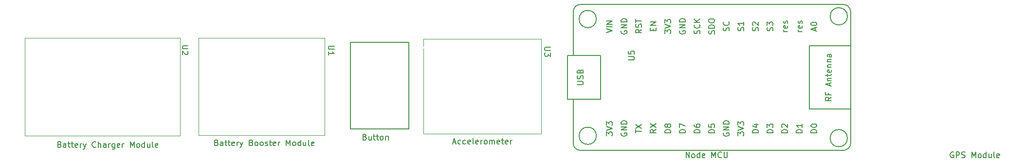
<source format=gto>
%TF.GenerationSoftware,KiCad,Pcbnew,7.0.1*%
%TF.CreationDate,2023-10-26T23:35:24+05:30*%
%TF.ProjectId,CowTracking,436f7754-7261-4636-9b69-6e672e6b6963,rev?*%
%TF.SameCoordinates,Original*%
%TF.FileFunction,Legend,Top*%
%TF.FilePolarity,Positive*%
%FSLAX46Y46*%
G04 Gerber Fmt 4.6, Leading zero omitted, Abs format (unit mm)*
G04 Created by KiCad (PCBNEW 7.0.1) date 2023-10-26 23:35:24*
%MOMM*%
%LPD*%
G01*
G04 APERTURE LIST*
%ADD10C,0.150000*%
%ADD11C,0.120000*%
%ADD12C,1.524000*%
%ADD13C,2.000000*%
%ADD14R,1.500000X1.500000*%
%ADD15R,2.500000X2.500000*%
%ADD16C,3.900000*%
G04 APERTURE END LIST*
D10*
X206000000Y-140600000D02*
X216200000Y-140600000D01*
X216200000Y-155700000D01*
X206000000Y-155700000D01*
X206000000Y-140600000D01*
X182721428Y-158053809D02*
X182864285Y-158101428D01*
X182864285Y-158101428D02*
X182911904Y-158149047D01*
X182911904Y-158149047D02*
X182959523Y-158244285D01*
X182959523Y-158244285D02*
X182959523Y-158387142D01*
X182959523Y-158387142D02*
X182911904Y-158482380D01*
X182911904Y-158482380D02*
X182864285Y-158530000D01*
X182864285Y-158530000D02*
X182769047Y-158577619D01*
X182769047Y-158577619D02*
X182388095Y-158577619D01*
X182388095Y-158577619D02*
X182388095Y-157577619D01*
X182388095Y-157577619D02*
X182721428Y-157577619D01*
X182721428Y-157577619D02*
X182816666Y-157625238D01*
X182816666Y-157625238D02*
X182864285Y-157672857D01*
X182864285Y-157672857D02*
X182911904Y-157768095D01*
X182911904Y-157768095D02*
X182911904Y-157863333D01*
X182911904Y-157863333D02*
X182864285Y-157958571D01*
X182864285Y-157958571D02*
X182816666Y-158006190D01*
X182816666Y-158006190D02*
X182721428Y-158053809D01*
X182721428Y-158053809D02*
X182388095Y-158053809D01*
X183816666Y-158577619D02*
X183816666Y-158053809D01*
X183816666Y-158053809D02*
X183769047Y-157958571D01*
X183769047Y-157958571D02*
X183673809Y-157910952D01*
X183673809Y-157910952D02*
X183483333Y-157910952D01*
X183483333Y-157910952D02*
X183388095Y-157958571D01*
X183816666Y-158530000D02*
X183721428Y-158577619D01*
X183721428Y-158577619D02*
X183483333Y-158577619D01*
X183483333Y-158577619D02*
X183388095Y-158530000D01*
X183388095Y-158530000D02*
X183340476Y-158434761D01*
X183340476Y-158434761D02*
X183340476Y-158339523D01*
X183340476Y-158339523D02*
X183388095Y-158244285D01*
X183388095Y-158244285D02*
X183483333Y-158196666D01*
X183483333Y-158196666D02*
X183721428Y-158196666D01*
X183721428Y-158196666D02*
X183816666Y-158149047D01*
X184150000Y-157910952D02*
X184530952Y-157910952D01*
X184292857Y-157577619D02*
X184292857Y-158434761D01*
X184292857Y-158434761D02*
X184340476Y-158530000D01*
X184340476Y-158530000D02*
X184435714Y-158577619D01*
X184435714Y-158577619D02*
X184530952Y-158577619D01*
X184721429Y-157910952D02*
X185102381Y-157910952D01*
X184864286Y-157577619D02*
X184864286Y-158434761D01*
X184864286Y-158434761D02*
X184911905Y-158530000D01*
X184911905Y-158530000D02*
X185007143Y-158577619D01*
X185007143Y-158577619D02*
X185102381Y-158577619D01*
X185816667Y-158530000D02*
X185721429Y-158577619D01*
X185721429Y-158577619D02*
X185530953Y-158577619D01*
X185530953Y-158577619D02*
X185435715Y-158530000D01*
X185435715Y-158530000D02*
X185388096Y-158434761D01*
X185388096Y-158434761D02*
X185388096Y-158053809D01*
X185388096Y-158053809D02*
X185435715Y-157958571D01*
X185435715Y-157958571D02*
X185530953Y-157910952D01*
X185530953Y-157910952D02*
X185721429Y-157910952D01*
X185721429Y-157910952D02*
X185816667Y-157958571D01*
X185816667Y-157958571D02*
X185864286Y-158053809D01*
X185864286Y-158053809D02*
X185864286Y-158149047D01*
X185864286Y-158149047D02*
X185388096Y-158244285D01*
X186292858Y-158577619D02*
X186292858Y-157910952D01*
X186292858Y-158101428D02*
X186340477Y-158006190D01*
X186340477Y-158006190D02*
X186388096Y-157958571D01*
X186388096Y-157958571D02*
X186483334Y-157910952D01*
X186483334Y-157910952D02*
X186578572Y-157910952D01*
X186816668Y-157910952D02*
X187054763Y-158577619D01*
X187292858Y-157910952D02*
X187054763Y-158577619D01*
X187054763Y-158577619D02*
X186959525Y-158815714D01*
X186959525Y-158815714D02*
X186911906Y-158863333D01*
X186911906Y-158863333D02*
X186816668Y-158910952D01*
X188769049Y-158053809D02*
X188911906Y-158101428D01*
X188911906Y-158101428D02*
X188959525Y-158149047D01*
X188959525Y-158149047D02*
X189007144Y-158244285D01*
X189007144Y-158244285D02*
X189007144Y-158387142D01*
X189007144Y-158387142D02*
X188959525Y-158482380D01*
X188959525Y-158482380D02*
X188911906Y-158530000D01*
X188911906Y-158530000D02*
X188816668Y-158577619D01*
X188816668Y-158577619D02*
X188435716Y-158577619D01*
X188435716Y-158577619D02*
X188435716Y-157577619D01*
X188435716Y-157577619D02*
X188769049Y-157577619D01*
X188769049Y-157577619D02*
X188864287Y-157625238D01*
X188864287Y-157625238D02*
X188911906Y-157672857D01*
X188911906Y-157672857D02*
X188959525Y-157768095D01*
X188959525Y-157768095D02*
X188959525Y-157863333D01*
X188959525Y-157863333D02*
X188911906Y-157958571D01*
X188911906Y-157958571D02*
X188864287Y-158006190D01*
X188864287Y-158006190D02*
X188769049Y-158053809D01*
X188769049Y-158053809D02*
X188435716Y-158053809D01*
X189578573Y-158577619D02*
X189483335Y-158530000D01*
X189483335Y-158530000D02*
X189435716Y-158482380D01*
X189435716Y-158482380D02*
X189388097Y-158387142D01*
X189388097Y-158387142D02*
X189388097Y-158101428D01*
X189388097Y-158101428D02*
X189435716Y-158006190D01*
X189435716Y-158006190D02*
X189483335Y-157958571D01*
X189483335Y-157958571D02*
X189578573Y-157910952D01*
X189578573Y-157910952D02*
X189721430Y-157910952D01*
X189721430Y-157910952D02*
X189816668Y-157958571D01*
X189816668Y-157958571D02*
X189864287Y-158006190D01*
X189864287Y-158006190D02*
X189911906Y-158101428D01*
X189911906Y-158101428D02*
X189911906Y-158387142D01*
X189911906Y-158387142D02*
X189864287Y-158482380D01*
X189864287Y-158482380D02*
X189816668Y-158530000D01*
X189816668Y-158530000D02*
X189721430Y-158577619D01*
X189721430Y-158577619D02*
X189578573Y-158577619D01*
X190483335Y-158577619D02*
X190388097Y-158530000D01*
X190388097Y-158530000D02*
X190340478Y-158482380D01*
X190340478Y-158482380D02*
X190292859Y-158387142D01*
X190292859Y-158387142D02*
X190292859Y-158101428D01*
X190292859Y-158101428D02*
X190340478Y-158006190D01*
X190340478Y-158006190D02*
X190388097Y-157958571D01*
X190388097Y-157958571D02*
X190483335Y-157910952D01*
X190483335Y-157910952D02*
X190626192Y-157910952D01*
X190626192Y-157910952D02*
X190721430Y-157958571D01*
X190721430Y-157958571D02*
X190769049Y-158006190D01*
X190769049Y-158006190D02*
X190816668Y-158101428D01*
X190816668Y-158101428D02*
X190816668Y-158387142D01*
X190816668Y-158387142D02*
X190769049Y-158482380D01*
X190769049Y-158482380D02*
X190721430Y-158530000D01*
X190721430Y-158530000D02*
X190626192Y-158577619D01*
X190626192Y-158577619D02*
X190483335Y-158577619D01*
X191197621Y-158530000D02*
X191292859Y-158577619D01*
X191292859Y-158577619D02*
X191483335Y-158577619D01*
X191483335Y-158577619D02*
X191578573Y-158530000D01*
X191578573Y-158530000D02*
X191626192Y-158434761D01*
X191626192Y-158434761D02*
X191626192Y-158387142D01*
X191626192Y-158387142D02*
X191578573Y-158291904D01*
X191578573Y-158291904D02*
X191483335Y-158244285D01*
X191483335Y-158244285D02*
X191340478Y-158244285D01*
X191340478Y-158244285D02*
X191245240Y-158196666D01*
X191245240Y-158196666D02*
X191197621Y-158101428D01*
X191197621Y-158101428D02*
X191197621Y-158053809D01*
X191197621Y-158053809D02*
X191245240Y-157958571D01*
X191245240Y-157958571D02*
X191340478Y-157910952D01*
X191340478Y-157910952D02*
X191483335Y-157910952D01*
X191483335Y-157910952D02*
X191578573Y-157958571D01*
X191911907Y-157910952D02*
X192292859Y-157910952D01*
X192054764Y-157577619D02*
X192054764Y-158434761D01*
X192054764Y-158434761D02*
X192102383Y-158530000D01*
X192102383Y-158530000D02*
X192197621Y-158577619D01*
X192197621Y-158577619D02*
X192292859Y-158577619D01*
X193007145Y-158530000D02*
X192911907Y-158577619D01*
X192911907Y-158577619D02*
X192721431Y-158577619D01*
X192721431Y-158577619D02*
X192626193Y-158530000D01*
X192626193Y-158530000D02*
X192578574Y-158434761D01*
X192578574Y-158434761D02*
X192578574Y-158053809D01*
X192578574Y-158053809D02*
X192626193Y-157958571D01*
X192626193Y-157958571D02*
X192721431Y-157910952D01*
X192721431Y-157910952D02*
X192911907Y-157910952D01*
X192911907Y-157910952D02*
X193007145Y-157958571D01*
X193007145Y-157958571D02*
X193054764Y-158053809D01*
X193054764Y-158053809D02*
X193054764Y-158149047D01*
X193054764Y-158149047D02*
X192578574Y-158244285D01*
X193483336Y-158577619D02*
X193483336Y-157910952D01*
X193483336Y-158101428D02*
X193530955Y-158006190D01*
X193530955Y-158006190D02*
X193578574Y-157958571D01*
X193578574Y-157958571D02*
X193673812Y-157910952D01*
X193673812Y-157910952D02*
X193769050Y-157910952D01*
X194864289Y-158577619D02*
X194864289Y-157577619D01*
X194864289Y-157577619D02*
X195197622Y-158291904D01*
X195197622Y-158291904D02*
X195530955Y-157577619D01*
X195530955Y-157577619D02*
X195530955Y-158577619D01*
X196150003Y-158577619D02*
X196054765Y-158530000D01*
X196054765Y-158530000D02*
X196007146Y-158482380D01*
X196007146Y-158482380D02*
X195959527Y-158387142D01*
X195959527Y-158387142D02*
X195959527Y-158101428D01*
X195959527Y-158101428D02*
X196007146Y-158006190D01*
X196007146Y-158006190D02*
X196054765Y-157958571D01*
X196054765Y-157958571D02*
X196150003Y-157910952D01*
X196150003Y-157910952D02*
X196292860Y-157910952D01*
X196292860Y-157910952D02*
X196388098Y-157958571D01*
X196388098Y-157958571D02*
X196435717Y-158006190D01*
X196435717Y-158006190D02*
X196483336Y-158101428D01*
X196483336Y-158101428D02*
X196483336Y-158387142D01*
X196483336Y-158387142D02*
X196435717Y-158482380D01*
X196435717Y-158482380D02*
X196388098Y-158530000D01*
X196388098Y-158530000D02*
X196292860Y-158577619D01*
X196292860Y-158577619D02*
X196150003Y-158577619D01*
X197340479Y-158577619D02*
X197340479Y-157577619D01*
X197340479Y-158530000D02*
X197245241Y-158577619D01*
X197245241Y-158577619D02*
X197054765Y-158577619D01*
X197054765Y-158577619D02*
X196959527Y-158530000D01*
X196959527Y-158530000D02*
X196911908Y-158482380D01*
X196911908Y-158482380D02*
X196864289Y-158387142D01*
X196864289Y-158387142D02*
X196864289Y-158101428D01*
X196864289Y-158101428D02*
X196911908Y-158006190D01*
X196911908Y-158006190D02*
X196959527Y-157958571D01*
X196959527Y-157958571D02*
X197054765Y-157910952D01*
X197054765Y-157910952D02*
X197245241Y-157910952D01*
X197245241Y-157910952D02*
X197340479Y-157958571D01*
X198245241Y-157910952D02*
X198245241Y-158577619D01*
X197816670Y-157910952D02*
X197816670Y-158434761D01*
X197816670Y-158434761D02*
X197864289Y-158530000D01*
X197864289Y-158530000D02*
X197959527Y-158577619D01*
X197959527Y-158577619D02*
X198102384Y-158577619D01*
X198102384Y-158577619D02*
X198197622Y-158530000D01*
X198197622Y-158530000D02*
X198245241Y-158482380D01*
X198864289Y-158577619D02*
X198769051Y-158530000D01*
X198769051Y-158530000D02*
X198721432Y-158434761D01*
X198721432Y-158434761D02*
X198721432Y-157577619D01*
X199626194Y-158530000D02*
X199530956Y-158577619D01*
X199530956Y-158577619D02*
X199340480Y-158577619D01*
X199340480Y-158577619D02*
X199245242Y-158530000D01*
X199245242Y-158530000D02*
X199197623Y-158434761D01*
X199197623Y-158434761D02*
X199197623Y-158053809D01*
X199197623Y-158053809D02*
X199245242Y-157958571D01*
X199245242Y-157958571D02*
X199340480Y-157910952D01*
X199340480Y-157910952D02*
X199530956Y-157910952D01*
X199530956Y-157910952D02*
X199626194Y-157958571D01*
X199626194Y-157958571D02*
X199673813Y-158053809D01*
X199673813Y-158053809D02*
X199673813Y-158149047D01*
X199673813Y-158149047D02*
X199197623Y-158244285D01*
X223840476Y-157991904D02*
X224316666Y-157991904D01*
X223745238Y-158277619D02*
X224078571Y-157277619D01*
X224078571Y-157277619D02*
X224411904Y-158277619D01*
X225173809Y-158230000D02*
X225078571Y-158277619D01*
X225078571Y-158277619D02*
X224888095Y-158277619D01*
X224888095Y-158277619D02*
X224792857Y-158230000D01*
X224792857Y-158230000D02*
X224745238Y-158182380D01*
X224745238Y-158182380D02*
X224697619Y-158087142D01*
X224697619Y-158087142D02*
X224697619Y-157801428D01*
X224697619Y-157801428D02*
X224745238Y-157706190D01*
X224745238Y-157706190D02*
X224792857Y-157658571D01*
X224792857Y-157658571D02*
X224888095Y-157610952D01*
X224888095Y-157610952D02*
X225078571Y-157610952D01*
X225078571Y-157610952D02*
X225173809Y-157658571D01*
X226030952Y-158230000D02*
X225935714Y-158277619D01*
X225935714Y-158277619D02*
X225745238Y-158277619D01*
X225745238Y-158277619D02*
X225650000Y-158230000D01*
X225650000Y-158230000D02*
X225602381Y-158182380D01*
X225602381Y-158182380D02*
X225554762Y-158087142D01*
X225554762Y-158087142D02*
X225554762Y-157801428D01*
X225554762Y-157801428D02*
X225602381Y-157706190D01*
X225602381Y-157706190D02*
X225650000Y-157658571D01*
X225650000Y-157658571D02*
X225745238Y-157610952D01*
X225745238Y-157610952D02*
X225935714Y-157610952D01*
X225935714Y-157610952D02*
X226030952Y-157658571D01*
X226840476Y-158230000D02*
X226745238Y-158277619D01*
X226745238Y-158277619D02*
X226554762Y-158277619D01*
X226554762Y-158277619D02*
X226459524Y-158230000D01*
X226459524Y-158230000D02*
X226411905Y-158134761D01*
X226411905Y-158134761D02*
X226411905Y-157753809D01*
X226411905Y-157753809D02*
X226459524Y-157658571D01*
X226459524Y-157658571D02*
X226554762Y-157610952D01*
X226554762Y-157610952D02*
X226745238Y-157610952D01*
X226745238Y-157610952D02*
X226840476Y-157658571D01*
X226840476Y-157658571D02*
X226888095Y-157753809D01*
X226888095Y-157753809D02*
X226888095Y-157849047D01*
X226888095Y-157849047D02*
X226411905Y-157944285D01*
X227459524Y-158277619D02*
X227364286Y-158230000D01*
X227364286Y-158230000D02*
X227316667Y-158134761D01*
X227316667Y-158134761D02*
X227316667Y-157277619D01*
X228221429Y-158230000D02*
X228126191Y-158277619D01*
X228126191Y-158277619D02*
X227935715Y-158277619D01*
X227935715Y-158277619D02*
X227840477Y-158230000D01*
X227840477Y-158230000D02*
X227792858Y-158134761D01*
X227792858Y-158134761D02*
X227792858Y-157753809D01*
X227792858Y-157753809D02*
X227840477Y-157658571D01*
X227840477Y-157658571D02*
X227935715Y-157610952D01*
X227935715Y-157610952D02*
X228126191Y-157610952D01*
X228126191Y-157610952D02*
X228221429Y-157658571D01*
X228221429Y-157658571D02*
X228269048Y-157753809D01*
X228269048Y-157753809D02*
X228269048Y-157849047D01*
X228269048Y-157849047D02*
X227792858Y-157944285D01*
X228697620Y-158277619D02*
X228697620Y-157610952D01*
X228697620Y-157801428D02*
X228745239Y-157706190D01*
X228745239Y-157706190D02*
X228792858Y-157658571D01*
X228792858Y-157658571D02*
X228888096Y-157610952D01*
X228888096Y-157610952D02*
X228983334Y-157610952D01*
X229459525Y-158277619D02*
X229364287Y-158230000D01*
X229364287Y-158230000D02*
X229316668Y-158182380D01*
X229316668Y-158182380D02*
X229269049Y-158087142D01*
X229269049Y-158087142D02*
X229269049Y-157801428D01*
X229269049Y-157801428D02*
X229316668Y-157706190D01*
X229316668Y-157706190D02*
X229364287Y-157658571D01*
X229364287Y-157658571D02*
X229459525Y-157610952D01*
X229459525Y-157610952D02*
X229602382Y-157610952D01*
X229602382Y-157610952D02*
X229697620Y-157658571D01*
X229697620Y-157658571D02*
X229745239Y-157706190D01*
X229745239Y-157706190D02*
X229792858Y-157801428D01*
X229792858Y-157801428D02*
X229792858Y-158087142D01*
X229792858Y-158087142D02*
X229745239Y-158182380D01*
X229745239Y-158182380D02*
X229697620Y-158230000D01*
X229697620Y-158230000D02*
X229602382Y-158277619D01*
X229602382Y-158277619D02*
X229459525Y-158277619D01*
X230221430Y-158277619D02*
X230221430Y-157610952D01*
X230221430Y-157706190D02*
X230269049Y-157658571D01*
X230269049Y-157658571D02*
X230364287Y-157610952D01*
X230364287Y-157610952D02*
X230507144Y-157610952D01*
X230507144Y-157610952D02*
X230602382Y-157658571D01*
X230602382Y-157658571D02*
X230650001Y-157753809D01*
X230650001Y-157753809D02*
X230650001Y-158277619D01*
X230650001Y-157753809D02*
X230697620Y-157658571D01*
X230697620Y-157658571D02*
X230792858Y-157610952D01*
X230792858Y-157610952D02*
X230935715Y-157610952D01*
X230935715Y-157610952D02*
X231030954Y-157658571D01*
X231030954Y-157658571D02*
X231078573Y-157753809D01*
X231078573Y-157753809D02*
X231078573Y-158277619D01*
X231935715Y-158230000D02*
X231840477Y-158277619D01*
X231840477Y-158277619D02*
X231650001Y-158277619D01*
X231650001Y-158277619D02*
X231554763Y-158230000D01*
X231554763Y-158230000D02*
X231507144Y-158134761D01*
X231507144Y-158134761D02*
X231507144Y-157753809D01*
X231507144Y-157753809D02*
X231554763Y-157658571D01*
X231554763Y-157658571D02*
X231650001Y-157610952D01*
X231650001Y-157610952D02*
X231840477Y-157610952D01*
X231840477Y-157610952D02*
X231935715Y-157658571D01*
X231935715Y-157658571D02*
X231983334Y-157753809D01*
X231983334Y-157753809D02*
X231983334Y-157849047D01*
X231983334Y-157849047D02*
X231507144Y-157944285D01*
X232269049Y-157610952D02*
X232650001Y-157610952D01*
X232411906Y-157277619D02*
X232411906Y-158134761D01*
X232411906Y-158134761D02*
X232459525Y-158230000D01*
X232459525Y-158230000D02*
X232554763Y-158277619D01*
X232554763Y-158277619D02*
X232650001Y-158277619D01*
X233364287Y-158230000D02*
X233269049Y-158277619D01*
X233269049Y-158277619D02*
X233078573Y-158277619D01*
X233078573Y-158277619D02*
X232983335Y-158230000D01*
X232983335Y-158230000D02*
X232935716Y-158134761D01*
X232935716Y-158134761D02*
X232935716Y-157753809D01*
X232935716Y-157753809D02*
X232983335Y-157658571D01*
X232983335Y-157658571D02*
X233078573Y-157610952D01*
X233078573Y-157610952D02*
X233269049Y-157610952D01*
X233269049Y-157610952D02*
X233364287Y-157658571D01*
X233364287Y-157658571D02*
X233411906Y-157753809D01*
X233411906Y-157753809D02*
X233411906Y-157849047D01*
X233411906Y-157849047D02*
X232935716Y-157944285D01*
X233840478Y-158277619D02*
X233840478Y-157610952D01*
X233840478Y-157801428D02*
X233888097Y-157706190D01*
X233888097Y-157706190D02*
X233935716Y-157658571D01*
X233935716Y-157658571D02*
X234030954Y-157610952D01*
X234030954Y-157610952D02*
X234126192Y-157610952D01*
X208521428Y-157053809D02*
X208664285Y-157101428D01*
X208664285Y-157101428D02*
X208711904Y-157149047D01*
X208711904Y-157149047D02*
X208759523Y-157244285D01*
X208759523Y-157244285D02*
X208759523Y-157387142D01*
X208759523Y-157387142D02*
X208711904Y-157482380D01*
X208711904Y-157482380D02*
X208664285Y-157530000D01*
X208664285Y-157530000D02*
X208569047Y-157577619D01*
X208569047Y-157577619D02*
X208188095Y-157577619D01*
X208188095Y-157577619D02*
X208188095Y-156577619D01*
X208188095Y-156577619D02*
X208521428Y-156577619D01*
X208521428Y-156577619D02*
X208616666Y-156625238D01*
X208616666Y-156625238D02*
X208664285Y-156672857D01*
X208664285Y-156672857D02*
X208711904Y-156768095D01*
X208711904Y-156768095D02*
X208711904Y-156863333D01*
X208711904Y-156863333D02*
X208664285Y-156958571D01*
X208664285Y-156958571D02*
X208616666Y-157006190D01*
X208616666Y-157006190D02*
X208521428Y-157053809D01*
X208521428Y-157053809D02*
X208188095Y-157053809D01*
X209616666Y-156910952D02*
X209616666Y-157577619D01*
X209188095Y-156910952D02*
X209188095Y-157434761D01*
X209188095Y-157434761D02*
X209235714Y-157530000D01*
X209235714Y-157530000D02*
X209330952Y-157577619D01*
X209330952Y-157577619D02*
X209473809Y-157577619D01*
X209473809Y-157577619D02*
X209569047Y-157530000D01*
X209569047Y-157530000D02*
X209616666Y-157482380D01*
X209950000Y-156910952D02*
X210330952Y-156910952D01*
X210092857Y-156577619D02*
X210092857Y-157434761D01*
X210092857Y-157434761D02*
X210140476Y-157530000D01*
X210140476Y-157530000D02*
X210235714Y-157577619D01*
X210235714Y-157577619D02*
X210330952Y-157577619D01*
X210521429Y-156910952D02*
X210902381Y-156910952D01*
X210664286Y-156577619D02*
X210664286Y-157434761D01*
X210664286Y-157434761D02*
X210711905Y-157530000D01*
X210711905Y-157530000D02*
X210807143Y-157577619D01*
X210807143Y-157577619D02*
X210902381Y-157577619D01*
X211378572Y-157577619D02*
X211283334Y-157530000D01*
X211283334Y-157530000D02*
X211235715Y-157482380D01*
X211235715Y-157482380D02*
X211188096Y-157387142D01*
X211188096Y-157387142D02*
X211188096Y-157101428D01*
X211188096Y-157101428D02*
X211235715Y-157006190D01*
X211235715Y-157006190D02*
X211283334Y-156958571D01*
X211283334Y-156958571D02*
X211378572Y-156910952D01*
X211378572Y-156910952D02*
X211521429Y-156910952D01*
X211521429Y-156910952D02*
X211616667Y-156958571D01*
X211616667Y-156958571D02*
X211664286Y-157006190D01*
X211664286Y-157006190D02*
X211711905Y-157101428D01*
X211711905Y-157101428D02*
X211711905Y-157387142D01*
X211711905Y-157387142D02*
X211664286Y-157482380D01*
X211664286Y-157482380D02*
X211616667Y-157530000D01*
X211616667Y-157530000D02*
X211521429Y-157577619D01*
X211521429Y-157577619D02*
X211378572Y-157577619D01*
X212140477Y-156910952D02*
X212140477Y-157577619D01*
X212140477Y-157006190D02*
X212188096Y-156958571D01*
X212188096Y-156958571D02*
X212283334Y-156910952D01*
X212283334Y-156910952D02*
X212426191Y-156910952D01*
X212426191Y-156910952D02*
X212521429Y-156958571D01*
X212521429Y-156958571D02*
X212569048Y-157053809D01*
X212569048Y-157053809D02*
X212569048Y-157577619D01*
X155421428Y-158353809D02*
X155564285Y-158401428D01*
X155564285Y-158401428D02*
X155611904Y-158449047D01*
X155611904Y-158449047D02*
X155659523Y-158544285D01*
X155659523Y-158544285D02*
X155659523Y-158687142D01*
X155659523Y-158687142D02*
X155611904Y-158782380D01*
X155611904Y-158782380D02*
X155564285Y-158830000D01*
X155564285Y-158830000D02*
X155469047Y-158877619D01*
X155469047Y-158877619D02*
X155088095Y-158877619D01*
X155088095Y-158877619D02*
X155088095Y-157877619D01*
X155088095Y-157877619D02*
X155421428Y-157877619D01*
X155421428Y-157877619D02*
X155516666Y-157925238D01*
X155516666Y-157925238D02*
X155564285Y-157972857D01*
X155564285Y-157972857D02*
X155611904Y-158068095D01*
X155611904Y-158068095D02*
X155611904Y-158163333D01*
X155611904Y-158163333D02*
X155564285Y-158258571D01*
X155564285Y-158258571D02*
X155516666Y-158306190D01*
X155516666Y-158306190D02*
X155421428Y-158353809D01*
X155421428Y-158353809D02*
X155088095Y-158353809D01*
X156516666Y-158877619D02*
X156516666Y-158353809D01*
X156516666Y-158353809D02*
X156469047Y-158258571D01*
X156469047Y-158258571D02*
X156373809Y-158210952D01*
X156373809Y-158210952D02*
X156183333Y-158210952D01*
X156183333Y-158210952D02*
X156088095Y-158258571D01*
X156516666Y-158830000D02*
X156421428Y-158877619D01*
X156421428Y-158877619D02*
X156183333Y-158877619D01*
X156183333Y-158877619D02*
X156088095Y-158830000D01*
X156088095Y-158830000D02*
X156040476Y-158734761D01*
X156040476Y-158734761D02*
X156040476Y-158639523D01*
X156040476Y-158639523D02*
X156088095Y-158544285D01*
X156088095Y-158544285D02*
X156183333Y-158496666D01*
X156183333Y-158496666D02*
X156421428Y-158496666D01*
X156421428Y-158496666D02*
X156516666Y-158449047D01*
X156850000Y-158210952D02*
X157230952Y-158210952D01*
X156992857Y-157877619D02*
X156992857Y-158734761D01*
X156992857Y-158734761D02*
X157040476Y-158830000D01*
X157040476Y-158830000D02*
X157135714Y-158877619D01*
X157135714Y-158877619D02*
X157230952Y-158877619D01*
X157421429Y-158210952D02*
X157802381Y-158210952D01*
X157564286Y-157877619D02*
X157564286Y-158734761D01*
X157564286Y-158734761D02*
X157611905Y-158830000D01*
X157611905Y-158830000D02*
X157707143Y-158877619D01*
X157707143Y-158877619D02*
X157802381Y-158877619D01*
X158516667Y-158830000D02*
X158421429Y-158877619D01*
X158421429Y-158877619D02*
X158230953Y-158877619D01*
X158230953Y-158877619D02*
X158135715Y-158830000D01*
X158135715Y-158830000D02*
X158088096Y-158734761D01*
X158088096Y-158734761D02*
X158088096Y-158353809D01*
X158088096Y-158353809D02*
X158135715Y-158258571D01*
X158135715Y-158258571D02*
X158230953Y-158210952D01*
X158230953Y-158210952D02*
X158421429Y-158210952D01*
X158421429Y-158210952D02*
X158516667Y-158258571D01*
X158516667Y-158258571D02*
X158564286Y-158353809D01*
X158564286Y-158353809D02*
X158564286Y-158449047D01*
X158564286Y-158449047D02*
X158088096Y-158544285D01*
X158992858Y-158877619D02*
X158992858Y-158210952D01*
X158992858Y-158401428D02*
X159040477Y-158306190D01*
X159040477Y-158306190D02*
X159088096Y-158258571D01*
X159088096Y-158258571D02*
X159183334Y-158210952D01*
X159183334Y-158210952D02*
X159278572Y-158210952D01*
X159516668Y-158210952D02*
X159754763Y-158877619D01*
X159992858Y-158210952D02*
X159754763Y-158877619D01*
X159754763Y-158877619D02*
X159659525Y-159115714D01*
X159659525Y-159115714D02*
X159611906Y-159163333D01*
X159611906Y-159163333D02*
X159516668Y-159210952D01*
X161707144Y-158782380D02*
X161659525Y-158830000D01*
X161659525Y-158830000D02*
X161516668Y-158877619D01*
X161516668Y-158877619D02*
X161421430Y-158877619D01*
X161421430Y-158877619D02*
X161278573Y-158830000D01*
X161278573Y-158830000D02*
X161183335Y-158734761D01*
X161183335Y-158734761D02*
X161135716Y-158639523D01*
X161135716Y-158639523D02*
X161088097Y-158449047D01*
X161088097Y-158449047D02*
X161088097Y-158306190D01*
X161088097Y-158306190D02*
X161135716Y-158115714D01*
X161135716Y-158115714D02*
X161183335Y-158020476D01*
X161183335Y-158020476D02*
X161278573Y-157925238D01*
X161278573Y-157925238D02*
X161421430Y-157877619D01*
X161421430Y-157877619D02*
X161516668Y-157877619D01*
X161516668Y-157877619D02*
X161659525Y-157925238D01*
X161659525Y-157925238D02*
X161707144Y-157972857D01*
X162135716Y-158877619D02*
X162135716Y-157877619D01*
X162564287Y-158877619D02*
X162564287Y-158353809D01*
X162564287Y-158353809D02*
X162516668Y-158258571D01*
X162516668Y-158258571D02*
X162421430Y-158210952D01*
X162421430Y-158210952D02*
X162278573Y-158210952D01*
X162278573Y-158210952D02*
X162183335Y-158258571D01*
X162183335Y-158258571D02*
X162135716Y-158306190D01*
X163469049Y-158877619D02*
X163469049Y-158353809D01*
X163469049Y-158353809D02*
X163421430Y-158258571D01*
X163421430Y-158258571D02*
X163326192Y-158210952D01*
X163326192Y-158210952D02*
X163135716Y-158210952D01*
X163135716Y-158210952D02*
X163040478Y-158258571D01*
X163469049Y-158830000D02*
X163373811Y-158877619D01*
X163373811Y-158877619D02*
X163135716Y-158877619D01*
X163135716Y-158877619D02*
X163040478Y-158830000D01*
X163040478Y-158830000D02*
X162992859Y-158734761D01*
X162992859Y-158734761D02*
X162992859Y-158639523D01*
X162992859Y-158639523D02*
X163040478Y-158544285D01*
X163040478Y-158544285D02*
X163135716Y-158496666D01*
X163135716Y-158496666D02*
X163373811Y-158496666D01*
X163373811Y-158496666D02*
X163469049Y-158449047D01*
X163945240Y-158877619D02*
X163945240Y-158210952D01*
X163945240Y-158401428D02*
X163992859Y-158306190D01*
X163992859Y-158306190D02*
X164040478Y-158258571D01*
X164040478Y-158258571D02*
X164135716Y-158210952D01*
X164135716Y-158210952D02*
X164230954Y-158210952D01*
X164992859Y-158210952D02*
X164992859Y-159020476D01*
X164992859Y-159020476D02*
X164945240Y-159115714D01*
X164945240Y-159115714D02*
X164897621Y-159163333D01*
X164897621Y-159163333D02*
X164802383Y-159210952D01*
X164802383Y-159210952D02*
X164659526Y-159210952D01*
X164659526Y-159210952D02*
X164564288Y-159163333D01*
X164992859Y-158830000D02*
X164897621Y-158877619D01*
X164897621Y-158877619D02*
X164707145Y-158877619D01*
X164707145Y-158877619D02*
X164611907Y-158830000D01*
X164611907Y-158830000D02*
X164564288Y-158782380D01*
X164564288Y-158782380D02*
X164516669Y-158687142D01*
X164516669Y-158687142D02*
X164516669Y-158401428D01*
X164516669Y-158401428D02*
X164564288Y-158306190D01*
X164564288Y-158306190D02*
X164611907Y-158258571D01*
X164611907Y-158258571D02*
X164707145Y-158210952D01*
X164707145Y-158210952D02*
X164897621Y-158210952D01*
X164897621Y-158210952D02*
X164992859Y-158258571D01*
X165850002Y-158830000D02*
X165754764Y-158877619D01*
X165754764Y-158877619D02*
X165564288Y-158877619D01*
X165564288Y-158877619D02*
X165469050Y-158830000D01*
X165469050Y-158830000D02*
X165421431Y-158734761D01*
X165421431Y-158734761D02*
X165421431Y-158353809D01*
X165421431Y-158353809D02*
X165469050Y-158258571D01*
X165469050Y-158258571D02*
X165564288Y-158210952D01*
X165564288Y-158210952D02*
X165754764Y-158210952D01*
X165754764Y-158210952D02*
X165850002Y-158258571D01*
X165850002Y-158258571D02*
X165897621Y-158353809D01*
X165897621Y-158353809D02*
X165897621Y-158449047D01*
X165897621Y-158449047D02*
X165421431Y-158544285D01*
X166326193Y-158877619D02*
X166326193Y-158210952D01*
X166326193Y-158401428D02*
X166373812Y-158306190D01*
X166373812Y-158306190D02*
X166421431Y-158258571D01*
X166421431Y-158258571D02*
X166516669Y-158210952D01*
X166516669Y-158210952D02*
X166611907Y-158210952D01*
X167707146Y-158877619D02*
X167707146Y-157877619D01*
X167707146Y-157877619D02*
X168040479Y-158591904D01*
X168040479Y-158591904D02*
X168373812Y-157877619D01*
X168373812Y-157877619D02*
X168373812Y-158877619D01*
X168992860Y-158877619D02*
X168897622Y-158830000D01*
X168897622Y-158830000D02*
X168850003Y-158782380D01*
X168850003Y-158782380D02*
X168802384Y-158687142D01*
X168802384Y-158687142D02*
X168802384Y-158401428D01*
X168802384Y-158401428D02*
X168850003Y-158306190D01*
X168850003Y-158306190D02*
X168897622Y-158258571D01*
X168897622Y-158258571D02*
X168992860Y-158210952D01*
X168992860Y-158210952D02*
X169135717Y-158210952D01*
X169135717Y-158210952D02*
X169230955Y-158258571D01*
X169230955Y-158258571D02*
X169278574Y-158306190D01*
X169278574Y-158306190D02*
X169326193Y-158401428D01*
X169326193Y-158401428D02*
X169326193Y-158687142D01*
X169326193Y-158687142D02*
X169278574Y-158782380D01*
X169278574Y-158782380D02*
X169230955Y-158830000D01*
X169230955Y-158830000D02*
X169135717Y-158877619D01*
X169135717Y-158877619D02*
X168992860Y-158877619D01*
X170183336Y-158877619D02*
X170183336Y-157877619D01*
X170183336Y-158830000D02*
X170088098Y-158877619D01*
X170088098Y-158877619D02*
X169897622Y-158877619D01*
X169897622Y-158877619D02*
X169802384Y-158830000D01*
X169802384Y-158830000D02*
X169754765Y-158782380D01*
X169754765Y-158782380D02*
X169707146Y-158687142D01*
X169707146Y-158687142D02*
X169707146Y-158401428D01*
X169707146Y-158401428D02*
X169754765Y-158306190D01*
X169754765Y-158306190D02*
X169802384Y-158258571D01*
X169802384Y-158258571D02*
X169897622Y-158210952D01*
X169897622Y-158210952D02*
X170088098Y-158210952D01*
X170088098Y-158210952D02*
X170183336Y-158258571D01*
X171088098Y-158210952D02*
X171088098Y-158877619D01*
X170659527Y-158210952D02*
X170659527Y-158734761D01*
X170659527Y-158734761D02*
X170707146Y-158830000D01*
X170707146Y-158830000D02*
X170802384Y-158877619D01*
X170802384Y-158877619D02*
X170945241Y-158877619D01*
X170945241Y-158877619D02*
X171040479Y-158830000D01*
X171040479Y-158830000D02*
X171088098Y-158782380D01*
X171707146Y-158877619D02*
X171611908Y-158830000D01*
X171611908Y-158830000D02*
X171564289Y-158734761D01*
X171564289Y-158734761D02*
X171564289Y-157877619D01*
X172469051Y-158830000D02*
X172373813Y-158877619D01*
X172373813Y-158877619D02*
X172183337Y-158877619D01*
X172183337Y-158877619D02*
X172088099Y-158830000D01*
X172088099Y-158830000D02*
X172040480Y-158734761D01*
X172040480Y-158734761D02*
X172040480Y-158353809D01*
X172040480Y-158353809D02*
X172088099Y-158258571D01*
X172088099Y-158258571D02*
X172183337Y-158210952D01*
X172183337Y-158210952D02*
X172373813Y-158210952D01*
X172373813Y-158210952D02*
X172469051Y-158258571D01*
X172469051Y-158258571D02*
X172516670Y-158353809D01*
X172516670Y-158353809D02*
X172516670Y-158449047D01*
X172516670Y-158449047D02*
X172040480Y-158544285D01*
X264388095Y-160677619D02*
X264388095Y-159677619D01*
X264388095Y-159677619D02*
X264959523Y-160677619D01*
X264959523Y-160677619D02*
X264959523Y-159677619D01*
X265578571Y-160677619D02*
X265483333Y-160630000D01*
X265483333Y-160630000D02*
X265435714Y-160582380D01*
X265435714Y-160582380D02*
X265388095Y-160487142D01*
X265388095Y-160487142D02*
X265388095Y-160201428D01*
X265388095Y-160201428D02*
X265435714Y-160106190D01*
X265435714Y-160106190D02*
X265483333Y-160058571D01*
X265483333Y-160058571D02*
X265578571Y-160010952D01*
X265578571Y-160010952D02*
X265721428Y-160010952D01*
X265721428Y-160010952D02*
X265816666Y-160058571D01*
X265816666Y-160058571D02*
X265864285Y-160106190D01*
X265864285Y-160106190D02*
X265911904Y-160201428D01*
X265911904Y-160201428D02*
X265911904Y-160487142D01*
X265911904Y-160487142D02*
X265864285Y-160582380D01*
X265864285Y-160582380D02*
X265816666Y-160630000D01*
X265816666Y-160630000D02*
X265721428Y-160677619D01*
X265721428Y-160677619D02*
X265578571Y-160677619D01*
X266769047Y-160677619D02*
X266769047Y-159677619D01*
X266769047Y-160630000D02*
X266673809Y-160677619D01*
X266673809Y-160677619D02*
X266483333Y-160677619D01*
X266483333Y-160677619D02*
X266388095Y-160630000D01*
X266388095Y-160630000D02*
X266340476Y-160582380D01*
X266340476Y-160582380D02*
X266292857Y-160487142D01*
X266292857Y-160487142D02*
X266292857Y-160201428D01*
X266292857Y-160201428D02*
X266340476Y-160106190D01*
X266340476Y-160106190D02*
X266388095Y-160058571D01*
X266388095Y-160058571D02*
X266483333Y-160010952D01*
X266483333Y-160010952D02*
X266673809Y-160010952D01*
X266673809Y-160010952D02*
X266769047Y-160058571D01*
X267626190Y-160630000D02*
X267530952Y-160677619D01*
X267530952Y-160677619D02*
X267340476Y-160677619D01*
X267340476Y-160677619D02*
X267245238Y-160630000D01*
X267245238Y-160630000D02*
X267197619Y-160534761D01*
X267197619Y-160534761D02*
X267197619Y-160153809D01*
X267197619Y-160153809D02*
X267245238Y-160058571D01*
X267245238Y-160058571D02*
X267340476Y-160010952D01*
X267340476Y-160010952D02*
X267530952Y-160010952D01*
X267530952Y-160010952D02*
X267626190Y-160058571D01*
X267626190Y-160058571D02*
X267673809Y-160153809D01*
X267673809Y-160153809D02*
X267673809Y-160249047D01*
X267673809Y-160249047D02*
X267197619Y-160344285D01*
X268864286Y-160677619D02*
X268864286Y-159677619D01*
X268864286Y-159677619D02*
X269197619Y-160391904D01*
X269197619Y-160391904D02*
X269530952Y-159677619D01*
X269530952Y-159677619D02*
X269530952Y-160677619D01*
X270578571Y-160582380D02*
X270530952Y-160630000D01*
X270530952Y-160630000D02*
X270388095Y-160677619D01*
X270388095Y-160677619D02*
X270292857Y-160677619D01*
X270292857Y-160677619D02*
X270150000Y-160630000D01*
X270150000Y-160630000D02*
X270054762Y-160534761D01*
X270054762Y-160534761D02*
X270007143Y-160439523D01*
X270007143Y-160439523D02*
X269959524Y-160249047D01*
X269959524Y-160249047D02*
X269959524Y-160106190D01*
X269959524Y-160106190D02*
X270007143Y-159915714D01*
X270007143Y-159915714D02*
X270054762Y-159820476D01*
X270054762Y-159820476D02*
X270150000Y-159725238D01*
X270150000Y-159725238D02*
X270292857Y-159677619D01*
X270292857Y-159677619D02*
X270388095Y-159677619D01*
X270388095Y-159677619D02*
X270530952Y-159725238D01*
X270530952Y-159725238D02*
X270578571Y-159772857D01*
X271007143Y-159677619D02*
X271007143Y-160487142D01*
X271007143Y-160487142D02*
X271054762Y-160582380D01*
X271054762Y-160582380D02*
X271102381Y-160630000D01*
X271102381Y-160630000D02*
X271197619Y-160677619D01*
X271197619Y-160677619D02*
X271388095Y-160677619D01*
X271388095Y-160677619D02*
X271483333Y-160630000D01*
X271483333Y-160630000D02*
X271530952Y-160582380D01*
X271530952Y-160582380D02*
X271578571Y-160487142D01*
X271578571Y-160487142D02*
X271578571Y-159677619D01*
X310911904Y-159725238D02*
X310816666Y-159677619D01*
X310816666Y-159677619D02*
X310673809Y-159677619D01*
X310673809Y-159677619D02*
X310530952Y-159725238D01*
X310530952Y-159725238D02*
X310435714Y-159820476D01*
X310435714Y-159820476D02*
X310388095Y-159915714D01*
X310388095Y-159915714D02*
X310340476Y-160106190D01*
X310340476Y-160106190D02*
X310340476Y-160249047D01*
X310340476Y-160249047D02*
X310388095Y-160439523D01*
X310388095Y-160439523D02*
X310435714Y-160534761D01*
X310435714Y-160534761D02*
X310530952Y-160630000D01*
X310530952Y-160630000D02*
X310673809Y-160677619D01*
X310673809Y-160677619D02*
X310769047Y-160677619D01*
X310769047Y-160677619D02*
X310911904Y-160630000D01*
X310911904Y-160630000D02*
X310959523Y-160582380D01*
X310959523Y-160582380D02*
X310959523Y-160249047D01*
X310959523Y-160249047D02*
X310769047Y-160249047D01*
X311388095Y-160677619D02*
X311388095Y-159677619D01*
X311388095Y-159677619D02*
X311769047Y-159677619D01*
X311769047Y-159677619D02*
X311864285Y-159725238D01*
X311864285Y-159725238D02*
X311911904Y-159772857D01*
X311911904Y-159772857D02*
X311959523Y-159868095D01*
X311959523Y-159868095D02*
X311959523Y-160010952D01*
X311959523Y-160010952D02*
X311911904Y-160106190D01*
X311911904Y-160106190D02*
X311864285Y-160153809D01*
X311864285Y-160153809D02*
X311769047Y-160201428D01*
X311769047Y-160201428D02*
X311388095Y-160201428D01*
X312340476Y-160630000D02*
X312483333Y-160677619D01*
X312483333Y-160677619D02*
X312721428Y-160677619D01*
X312721428Y-160677619D02*
X312816666Y-160630000D01*
X312816666Y-160630000D02*
X312864285Y-160582380D01*
X312864285Y-160582380D02*
X312911904Y-160487142D01*
X312911904Y-160487142D02*
X312911904Y-160391904D01*
X312911904Y-160391904D02*
X312864285Y-160296666D01*
X312864285Y-160296666D02*
X312816666Y-160249047D01*
X312816666Y-160249047D02*
X312721428Y-160201428D01*
X312721428Y-160201428D02*
X312530952Y-160153809D01*
X312530952Y-160153809D02*
X312435714Y-160106190D01*
X312435714Y-160106190D02*
X312388095Y-160058571D01*
X312388095Y-160058571D02*
X312340476Y-159963333D01*
X312340476Y-159963333D02*
X312340476Y-159868095D01*
X312340476Y-159868095D02*
X312388095Y-159772857D01*
X312388095Y-159772857D02*
X312435714Y-159725238D01*
X312435714Y-159725238D02*
X312530952Y-159677619D01*
X312530952Y-159677619D02*
X312769047Y-159677619D01*
X312769047Y-159677619D02*
X312911904Y-159725238D01*
X314102381Y-160677619D02*
X314102381Y-159677619D01*
X314102381Y-159677619D02*
X314435714Y-160391904D01*
X314435714Y-160391904D02*
X314769047Y-159677619D01*
X314769047Y-159677619D02*
X314769047Y-160677619D01*
X315388095Y-160677619D02*
X315292857Y-160630000D01*
X315292857Y-160630000D02*
X315245238Y-160582380D01*
X315245238Y-160582380D02*
X315197619Y-160487142D01*
X315197619Y-160487142D02*
X315197619Y-160201428D01*
X315197619Y-160201428D02*
X315245238Y-160106190D01*
X315245238Y-160106190D02*
X315292857Y-160058571D01*
X315292857Y-160058571D02*
X315388095Y-160010952D01*
X315388095Y-160010952D02*
X315530952Y-160010952D01*
X315530952Y-160010952D02*
X315626190Y-160058571D01*
X315626190Y-160058571D02*
X315673809Y-160106190D01*
X315673809Y-160106190D02*
X315721428Y-160201428D01*
X315721428Y-160201428D02*
X315721428Y-160487142D01*
X315721428Y-160487142D02*
X315673809Y-160582380D01*
X315673809Y-160582380D02*
X315626190Y-160630000D01*
X315626190Y-160630000D02*
X315530952Y-160677619D01*
X315530952Y-160677619D02*
X315388095Y-160677619D01*
X316578571Y-160677619D02*
X316578571Y-159677619D01*
X316578571Y-160630000D02*
X316483333Y-160677619D01*
X316483333Y-160677619D02*
X316292857Y-160677619D01*
X316292857Y-160677619D02*
X316197619Y-160630000D01*
X316197619Y-160630000D02*
X316150000Y-160582380D01*
X316150000Y-160582380D02*
X316102381Y-160487142D01*
X316102381Y-160487142D02*
X316102381Y-160201428D01*
X316102381Y-160201428D02*
X316150000Y-160106190D01*
X316150000Y-160106190D02*
X316197619Y-160058571D01*
X316197619Y-160058571D02*
X316292857Y-160010952D01*
X316292857Y-160010952D02*
X316483333Y-160010952D01*
X316483333Y-160010952D02*
X316578571Y-160058571D01*
X317483333Y-160010952D02*
X317483333Y-160677619D01*
X317054762Y-160010952D02*
X317054762Y-160534761D01*
X317054762Y-160534761D02*
X317102381Y-160630000D01*
X317102381Y-160630000D02*
X317197619Y-160677619D01*
X317197619Y-160677619D02*
X317340476Y-160677619D01*
X317340476Y-160677619D02*
X317435714Y-160630000D01*
X317435714Y-160630000D02*
X317483333Y-160582380D01*
X318102381Y-160677619D02*
X318007143Y-160630000D01*
X318007143Y-160630000D02*
X317959524Y-160534761D01*
X317959524Y-160534761D02*
X317959524Y-159677619D01*
X318864286Y-160630000D02*
X318769048Y-160677619D01*
X318769048Y-160677619D02*
X318578572Y-160677619D01*
X318578572Y-160677619D02*
X318483334Y-160630000D01*
X318483334Y-160630000D02*
X318435715Y-160534761D01*
X318435715Y-160534761D02*
X318435715Y-160153809D01*
X318435715Y-160153809D02*
X318483334Y-160058571D01*
X318483334Y-160058571D02*
X318578572Y-160010952D01*
X318578572Y-160010952D02*
X318769048Y-160010952D01*
X318769048Y-160010952D02*
X318864286Y-160058571D01*
X318864286Y-160058571D02*
X318911905Y-160153809D01*
X318911905Y-160153809D02*
X318911905Y-160249047D01*
X318911905Y-160249047D02*
X318435715Y-160344285D01*
%TO.C,U3*%
X240792380Y-141458095D02*
X239982857Y-141458095D01*
X239982857Y-141458095D02*
X239887619Y-141505714D01*
X239887619Y-141505714D02*
X239840000Y-141553333D01*
X239840000Y-141553333D02*
X239792380Y-141648571D01*
X239792380Y-141648571D02*
X239792380Y-141839047D01*
X239792380Y-141839047D02*
X239840000Y-141934285D01*
X239840000Y-141934285D02*
X239887619Y-141981904D01*
X239887619Y-141981904D02*
X239982857Y-142029523D01*
X239982857Y-142029523D02*
X240792380Y-142029523D01*
X240792380Y-142410476D02*
X240792380Y-143029523D01*
X240792380Y-143029523D02*
X240411428Y-142696190D01*
X240411428Y-142696190D02*
X240411428Y-142839047D01*
X240411428Y-142839047D02*
X240363809Y-142934285D01*
X240363809Y-142934285D02*
X240316190Y-142981904D01*
X240316190Y-142981904D02*
X240220952Y-143029523D01*
X240220952Y-143029523D02*
X239982857Y-143029523D01*
X239982857Y-143029523D02*
X239887619Y-142981904D01*
X239887619Y-142981904D02*
X239840000Y-142934285D01*
X239840000Y-142934285D02*
X239792380Y-142839047D01*
X239792380Y-142839047D02*
X239792380Y-142553333D01*
X239792380Y-142553333D02*
X239840000Y-142458095D01*
X239840000Y-142458095D02*
X239887619Y-142410476D01*
%TO.C,U5*%
X254377619Y-143651904D02*
X255187142Y-143651904D01*
X255187142Y-143651904D02*
X255282380Y-143604285D01*
X255282380Y-143604285D02*
X255330000Y-143556666D01*
X255330000Y-143556666D02*
X255377619Y-143461428D01*
X255377619Y-143461428D02*
X255377619Y-143270952D01*
X255377619Y-143270952D02*
X255330000Y-143175714D01*
X255330000Y-143175714D02*
X255282380Y-143128095D01*
X255282380Y-143128095D02*
X255187142Y-143080476D01*
X255187142Y-143080476D02*
X254377619Y-143080476D01*
X254377619Y-142128095D02*
X254377619Y-142604285D01*
X254377619Y-142604285D02*
X254853809Y-142651904D01*
X254853809Y-142651904D02*
X254806190Y-142604285D01*
X254806190Y-142604285D02*
X254758571Y-142509047D01*
X254758571Y-142509047D02*
X254758571Y-142270952D01*
X254758571Y-142270952D02*
X254806190Y-142175714D01*
X254806190Y-142175714D02*
X254853809Y-142128095D01*
X254853809Y-142128095D02*
X254949047Y-142080476D01*
X254949047Y-142080476D02*
X255187142Y-142080476D01*
X255187142Y-142080476D02*
X255282380Y-142128095D01*
X255282380Y-142128095D02*
X255330000Y-142175714D01*
X255330000Y-142175714D02*
X255377619Y-142270952D01*
X255377619Y-142270952D02*
X255377619Y-142509047D01*
X255377619Y-142509047D02*
X255330000Y-142604285D01*
X255330000Y-142604285D02*
X255282380Y-142651904D01*
X245487619Y-147961904D02*
X246297142Y-147961904D01*
X246297142Y-147961904D02*
X246392380Y-147914285D01*
X246392380Y-147914285D02*
X246440000Y-147866666D01*
X246440000Y-147866666D02*
X246487619Y-147771428D01*
X246487619Y-147771428D02*
X246487619Y-147580952D01*
X246487619Y-147580952D02*
X246440000Y-147485714D01*
X246440000Y-147485714D02*
X246392380Y-147438095D01*
X246392380Y-147438095D02*
X246297142Y-147390476D01*
X246297142Y-147390476D02*
X245487619Y-147390476D01*
X246440000Y-146961904D02*
X246487619Y-146819047D01*
X246487619Y-146819047D02*
X246487619Y-146580952D01*
X246487619Y-146580952D02*
X246440000Y-146485714D01*
X246440000Y-146485714D02*
X246392380Y-146438095D01*
X246392380Y-146438095D02*
X246297142Y-146390476D01*
X246297142Y-146390476D02*
X246201904Y-146390476D01*
X246201904Y-146390476D02*
X246106666Y-146438095D01*
X246106666Y-146438095D02*
X246059047Y-146485714D01*
X246059047Y-146485714D02*
X246011428Y-146580952D01*
X246011428Y-146580952D02*
X245963809Y-146771428D01*
X245963809Y-146771428D02*
X245916190Y-146866666D01*
X245916190Y-146866666D02*
X245868571Y-146914285D01*
X245868571Y-146914285D02*
X245773333Y-146961904D01*
X245773333Y-146961904D02*
X245678095Y-146961904D01*
X245678095Y-146961904D02*
X245582857Y-146914285D01*
X245582857Y-146914285D02*
X245535238Y-146866666D01*
X245535238Y-146866666D02*
X245487619Y-146771428D01*
X245487619Y-146771428D02*
X245487619Y-146533333D01*
X245487619Y-146533333D02*
X245535238Y-146390476D01*
X245963809Y-145628571D02*
X246011428Y-145485714D01*
X246011428Y-145485714D02*
X246059047Y-145438095D01*
X246059047Y-145438095D02*
X246154285Y-145390476D01*
X246154285Y-145390476D02*
X246297142Y-145390476D01*
X246297142Y-145390476D02*
X246392380Y-145438095D01*
X246392380Y-145438095D02*
X246440000Y-145485714D01*
X246440000Y-145485714D02*
X246487619Y-145580952D01*
X246487619Y-145580952D02*
X246487619Y-145961904D01*
X246487619Y-145961904D02*
X245487619Y-145961904D01*
X245487619Y-145961904D02*
X245487619Y-145628571D01*
X245487619Y-145628571D02*
X245535238Y-145533333D01*
X245535238Y-145533333D02*
X245582857Y-145485714D01*
X245582857Y-145485714D02*
X245678095Y-145438095D01*
X245678095Y-145438095D02*
X245773333Y-145438095D01*
X245773333Y-145438095D02*
X245868571Y-145485714D01*
X245868571Y-145485714D02*
X245916190Y-145533333D01*
X245916190Y-145533333D02*
X245963809Y-145628571D01*
X245963809Y-145628571D02*
X245963809Y-145961904D01*
X289667619Y-150152381D02*
X289191428Y-150485714D01*
X289667619Y-150723809D02*
X288667619Y-150723809D01*
X288667619Y-150723809D02*
X288667619Y-150342857D01*
X288667619Y-150342857D02*
X288715238Y-150247619D01*
X288715238Y-150247619D02*
X288762857Y-150200000D01*
X288762857Y-150200000D02*
X288858095Y-150152381D01*
X288858095Y-150152381D02*
X289000952Y-150152381D01*
X289000952Y-150152381D02*
X289096190Y-150200000D01*
X289096190Y-150200000D02*
X289143809Y-150247619D01*
X289143809Y-150247619D02*
X289191428Y-150342857D01*
X289191428Y-150342857D02*
X289191428Y-150723809D01*
X289143809Y-149390476D02*
X289143809Y-149723809D01*
X289667619Y-149723809D02*
X288667619Y-149723809D01*
X288667619Y-149723809D02*
X288667619Y-149247619D01*
X289381904Y-148152380D02*
X289381904Y-147676190D01*
X289667619Y-148247618D02*
X288667619Y-147914285D01*
X288667619Y-147914285D02*
X289667619Y-147580952D01*
X289000952Y-147247618D02*
X289667619Y-147247618D01*
X289096190Y-147247618D02*
X289048571Y-147199999D01*
X289048571Y-147199999D02*
X289000952Y-147104761D01*
X289000952Y-147104761D02*
X289000952Y-146961904D01*
X289000952Y-146961904D02*
X289048571Y-146866666D01*
X289048571Y-146866666D02*
X289143809Y-146819047D01*
X289143809Y-146819047D02*
X289667619Y-146819047D01*
X289000952Y-146485713D02*
X289000952Y-146104761D01*
X288667619Y-146342856D02*
X289524761Y-146342856D01*
X289524761Y-146342856D02*
X289620000Y-146295237D01*
X289620000Y-146295237D02*
X289667619Y-146199999D01*
X289667619Y-146199999D02*
X289667619Y-146104761D01*
X289620000Y-145390475D02*
X289667619Y-145485713D01*
X289667619Y-145485713D02*
X289667619Y-145676189D01*
X289667619Y-145676189D02*
X289620000Y-145771427D01*
X289620000Y-145771427D02*
X289524761Y-145819046D01*
X289524761Y-145819046D02*
X289143809Y-145819046D01*
X289143809Y-145819046D02*
X289048571Y-145771427D01*
X289048571Y-145771427D02*
X289000952Y-145676189D01*
X289000952Y-145676189D02*
X289000952Y-145485713D01*
X289000952Y-145485713D02*
X289048571Y-145390475D01*
X289048571Y-145390475D02*
X289143809Y-145342856D01*
X289143809Y-145342856D02*
X289239047Y-145342856D01*
X289239047Y-145342856D02*
X289334285Y-145819046D01*
X289000952Y-144914284D02*
X289667619Y-144914284D01*
X289096190Y-144914284D02*
X289048571Y-144866665D01*
X289048571Y-144866665D02*
X289000952Y-144771427D01*
X289000952Y-144771427D02*
X289000952Y-144628570D01*
X289000952Y-144628570D02*
X289048571Y-144533332D01*
X289048571Y-144533332D02*
X289143809Y-144485713D01*
X289143809Y-144485713D02*
X289667619Y-144485713D01*
X289000952Y-144009522D02*
X289667619Y-144009522D01*
X289096190Y-144009522D02*
X289048571Y-143961903D01*
X289048571Y-143961903D02*
X289000952Y-143866665D01*
X289000952Y-143866665D02*
X289000952Y-143723808D01*
X289000952Y-143723808D02*
X289048571Y-143628570D01*
X289048571Y-143628570D02*
X289143809Y-143580951D01*
X289143809Y-143580951D02*
X289667619Y-143580951D01*
X289667619Y-142676189D02*
X289143809Y-142676189D01*
X289143809Y-142676189D02*
X289048571Y-142723808D01*
X289048571Y-142723808D02*
X289000952Y-142819046D01*
X289000952Y-142819046D02*
X289000952Y-143009522D01*
X289000952Y-143009522D02*
X289048571Y-143104760D01*
X289620000Y-142676189D02*
X289667619Y-142771427D01*
X289667619Y-142771427D02*
X289667619Y-143009522D01*
X289667619Y-143009522D02*
X289620000Y-143104760D01*
X289620000Y-143104760D02*
X289524761Y-143152379D01*
X289524761Y-143152379D02*
X289429523Y-143152379D01*
X289429523Y-143152379D02*
X289334285Y-143104760D01*
X289334285Y-143104760D02*
X289286666Y-143009522D01*
X289286666Y-143009522D02*
X289286666Y-142771427D01*
X289286666Y-142771427D02*
X289239047Y-142676189D01*
X271840000Y-138595713D02*
X271887619Y-138452856D01*
X271887619Y-138452856D02*
X271887619Y-138214761D01*
X271887619Y-138214761D02*
X271840000Y-138119523D01*
X271840000Y-138119523D02*
X271792380Y-138071904D01*
X271792380Y-138071904D02*
X271697142Y-138024285D01*
X271697142Y-138024285D02*
X271601904Y-138024285D01*
X271601904Y-138024285D02*
X271506666Y-138071904D01*
X271506666Y-138071904D02*
X271459047Y-138119523D01*
X271459047Y-138119523D02*
X271411428Y-138214761D01*
X271411428Y-138214761D02*
X271363809Y-138405237D01*
X271363809Y-138405237D02*
X271316190Y-138500475D01*
X271316190Y-138500475D02*
X271268571Y-138548094D01*
X271268571Y-138548094D02*
X271173333Y-138595713D01*
X271173333Y-138595713D02*
X271078095Y-138595713D01*
X271078095Y-138595713D02*
X270982857Y-138548094D01*
X270982857Y-138548094D02*
X270935238Y-138500475D01*
X270935238Y-138500475D02*
X270887619Y-138405237D01*
X270887619Y-138405237D02*
X270887619Y-138167142D01*
X270887619Y-138167142D02*
X270935238Y-138024285D01*
X271792380Y-137024285D02*
X271840000Y-137071904D01*
X271840000Y-137071904D02*
X271887619Y-137214761D01*
X271887619Y-137214761D02*
X271887619Y-137309999D01*
X271887619Y-137309999D02*
X271840000Y-137452856D01*
X271840000Y-137452856D02*
X271744761Y-137548094D01*
X271744761Y-137548094D02*
X271649523Y-137595713D01*
X271649523Y-137595713D02*
X271459047Y-137643332D01*
X271459047Y-137643332D02*
X271316190Y-137643332D01*
X271316190Y-137643332D02*
X271125714Y-137595713D01*
X271125714Y-137595713D02*
X271030476Y-137548094D01*
X271030476Y-137548094D02*
X270935238Y-137452856D01*
X270935238Y-137452856D02*
X270887619Y-137309999D01*
X270887619Y-137309999D02*
X270887619Y-137214761D01*
X270887619Y-137214761D02*
X270935238Y-137071904D01*
X270935238Y-137071904D02*
X270982857Y-137024285D01*
X266807619Y-156328094D02*
X265807619Y-156328094D01*
X265807619Y-156328094D02*
X265807619Y-156089999D01*
X265807619Y-156089999D02*
X265855238Y-155947142D01*
X265855238Y-155947142D02*
X265950476Y-155851904D01*
X265950476Y-155851904D02*
X266045714Y-155804285D01*
X266045714Y-155804285D02*
X266236190Y-155756666D01*
X266236190Y-155756666D02*
X266379047Y-155756666D01*
X266379047Y-155756666D02*
X266569523Y-155804285D01*
X266569523Y-155804285D02*
X266664761Y-155851904D01*
X266664761Y-155851904D02*
X266760000Y-155947142D01*
X266760000Y-155947142D02*
X266807619Y-156089999D01*
X266807619Y-156089999D02*
X266807619Y-156328094D01*
X265807619Y-154899523D02*
X265807619Y-155089999D01*
X265807619Y-155089999D02*
X265855238Y-155185237D01*
X265855238Y-155185237D02*
X265902857Y-155232856D01*
X265902857Y-155232856D02*
X266045714Y-155328094D01*
X266045714Y-155328094D02*
X266236190Y-155375713D01*
X266236190Y-155375713D02*
X266617142Y-155375713D01*
X266617142Y-155375713D02*
X266712380Y-155328094D01*
X266712380Y-155328094D02*
X266760000Y-155280475D01*
X266760000Y-155280475D02*
X266807619Y-155185237D01*
X266807619Y-155185237D02*
X266807619Y-154994761D01*
X266807619Y-154994761D02*
X266760000Y-154899523D01*
X266760000Y-154899523D02*
X266712380Y-154851904D01*
X266712380Y-154851904D02*
X266617142Y-154804285D01*
X266617142Y-154804285D02*
X266379047Y-154804285D01*
X266379047Y-154804285D02*
X266283809Y-154851904D01*
X266283809Y-154851904D02*
X266236190Y-154899523D01*
X266236190Y-154899523D02*
X266188571Y-154994761D01*
X266188571Y-154994761D02*
X266188571Y-155185237D01*
X266188571Y-155185237D02*
X266236190Y-155280475D01*
X266236190Y-155280475D02*
X266283809Y-155328094D01*
X266283809Y-155328094D02*
X266379047Y-155375713D01*
X273427619Y-156828094D02*
X273427619Y-156209047D01*
X273427619Y-156209047D02*
X273808571Y-156542380D01*
X273808571Y-156542380D02*
X273808571Y-156399523D01*
X273808571Y-156399523D02*
X273856190Y-156304285D01*
X273856190Y-156304285D02*
X273903809Y-156256666D01*
X273903809Y-156256666D02*
X273999047Y-156209047D01*
X273999047Y-156209047D02*
X274237142Y-156209047D01*
X274237142Y-156209047D02*
X274332380Y-156256666D01*
X274332380Y-156256666D02*
X274380000Y-156304285D01*
X274380000Y-156304285D02*
X274427619Y-156399523D01*
X274427619Y-156399523D02*
X274427619Y-156685237D01*
X274427619Y-156685237D02*
X274380000Y-156780475D01*
X274380000Y-156780475D02*
X274332380Y-156828094D01*
X273427619Y-155923332D02*
X274427619Y-155589999D01*
X274427619Y-155589999D02*
X273427619Y-155256666D01*
X273427619Y-155018570D02*
X273427619Y-154399523D01*
X273427619Y-154399523D02*
X273808571Y-154732856D01*
X273808571Y-154732856D02*
X273808571Y-154589999D01*
X273808571Y-154589999D02*
X273856190Y-154494761D01*
X273856190Y-154494761D02*
X273903809Y-154447142D01*
X273903809Y-154447142D02*
X273999047Y-154399523D01*
X273999047Y-154399523D02*
X274237142Y-154399523D01*
X274237142Y-154399523D02*
X274332380Y-154447142D01*
X274332380Y-154447142D02*
X274380000Y-154494761D01*
X274380000Y-154494761D02*
X274427619Y-154589999D01*
X274427619Y-154589999D02*
X274427619Y-154875713D01*
X274427619Y-154875713D02*
X274380000Y-154970951D01*
X274380000Y-154970951D02*
X274332380Y-155018570D01*
X253155238Y-156351904D02*
X253107619Y-156447142D01*
X253107619Y-156447142D02*
X253107619Y-156589999D01*
X253107619Y-156589999D02*
X253155238Y-156732856D01*
X253155238Y-156732856D02*
X253250476Y-156828094D01*
X253250476Y-156828094D02*
X253345714Y-156875713D01*
X253345714Y-156875713D02*
X253536190Y-156923332D01*
X253536190Y-156923332D02*
X253679047Y-156923332D01*
X253679047Y-156923332D02*
X253869523Y-156875713D01*
X253869523Y-156875713D02*
X253964761Y-156828094D01*
X253964761Y-156828094D02*
X254060000Y-156732856D01*
X254060000Y-156732856D02*
X254107619Y-156589999D01*
X254107619Y-156589999D02*
X254107619Y-156494761D01*
X254107619Y-156494761D02*
X254060000Y-156351904D01*
X254060000Y-156351904D02*
X254012380Y-156304285D01*
X254012380Y-156304285D02*
X253679047Y-156304285D01*
X253679047Y-156304285D02*
X253679047Y-156494761D01*
X254107619Y-155875713D02*
X253107619Y-155875713D01*
X253107619Y-155875713D02*
X254107619Y-155304285D01*
X254107619Y-155304285D02*
X253107619Y-155304285D01*
X254107619Y-154828094D02*
X253107619Y-154828094D01*
X253107619Y-154828094D02*
X253107619Y-154589999D01*
X253107619Y-154589999D02*
X253155238Y-154447142D01*
X253155238Y-154447142D02*
X253250476Y-154351904D01*
X253250476Y-154351904D02*
X253345714Y-154304285D01*
X253345714Y-154304285D02*
X253536190Y-154256666D01*
X253536190Y-154256666D02*
X253679047Y-154256666D01*
X253679047Y-154256666D02*
X253869523Y-154304285D01*
X253869523Y-154304285D02*
X253964761Y-154351904D01*
X253964761Y-154351904D02*
X254060000Y-154447142D01*
X254060000Y-154447142D02*
X254107619Y-154589999D01*
X254107619Y-154589999D02*
X254107619Y-154828094D01*
X269347619Y-156328094D02*
X268347619Y-156328094D01*
X268347619Y-156328094D02*
X268347619Y-156089999D01*
X268347619Y-156089999D02*
X268395238Y-155947142D01*
X268395238Y-155947142D02*
X268490476Y-155851904D01*
X268490476Y-155851904D02*
X268585714Y-155804285D01*
X268585714Y-155804285D02*
X268776190Y-155756666D01*
X268776190Y-155756666D02*
X268919047Y-155756666D01*
X268919047Y-155756666D02*
X269109523Y-155804285D01*
X269109523Y-155804285D02*
X269204761Y-155851904D01*
X269204761Y-155851904D02*
X269300000Y-155947142D01*
X269300000Y-155947142D02*
X269347619Y-156089999D01*
X269347619Y-156089999D02*
X269347619Y-156328094D01*
X268347619Y-154851904D02*
X268347619Y-155328094D01*
X268347619Y-155328094D02*
X268823809Y-155375713D01*
X268823809Y-155375713D02*
X268776190Y-155328094D01*
X268776190Y-155328094D02*
X268728571Y-155232856D01*
X268728571Y-155232856D02*
X268728571Y-154994761D01*
X268728571Y-154994761D02*
X268776190Y-154899523D01*
X268776190Y-154899523D02*
X268823809Y-154851904D01*
X268823809Y-154851904D02*
X268919047Y-154804285D01*
X268919047Y-154804285D02*
X269157142Y-154804285D01*
X269157142Y-154804285D02*
X269252380Y-154851904D01*
X269252380Y-154851904D02*
X269300000Y-154899523D01*
X269300000Y-154899523D02*
X269347619Y-154994761D01*
X269347619Y-154994761D02*
X269347619Y-155232856D01*
X269347619Y-155232856D02*
X269300000Y-155328094D01*
X269300000Y-155328094D02*
X269252380Y-155375713D01*
X284587619Y-156328094D02*
X283587619Y-156328094D01*
X283587619Y-156328094D02*
X283587619Y-156089999D01*
X283587619Y-156089999D02*
X283635238Y-155947142D01*
X283635238Y-155947142D02*
X283730476Y-155851904D01*
X283730476Y-155851904D02*
X283825714Y-155804285D01*
X283825714Y-155804285D02*
X284016190Y-155756666D01*
X284016190Y-155756666D02*
X284159047Y-155756666D01*
X284159047Y-155756666D02*
X284349523Y-155804285D01*
X284349523Y-155804285D02*
X284444761Y-155851904D01*
X284444761Y-155851904D02*
X284540000Y-155947142D01*
X284540000Y-155947142D02*
X284587619Y-156089999D01*
X284587619Y-156089999D02*
X284587619Y-156328094D01*
X284587619Y-154804285D02*
X284587619Y-155375713D01*
X284587619Y-155089999D02*
X283587619Y-155089999D01*
X283587619Y-155089999D02*
X283730476Y-155185237D01*
X283730476Y-155185237D02*
X283825714Y-155280475D01*
X283825714Y-155280475D02*
X283873333Y-155375713D01*
X264267619Y-156328094D02*
X263267619Y-156328094D01*
X263267619Y-156328094D02*
X263267619Y-156089999D01*
X263267619Y-156089999D02*
X263315238Y-155947142D01*
X263315238Y-155947142D02*
X263410476Y-155851904D01*
X263410476Y-155851904D02*
X263505714Y-155804285D01*
X263505714Y-155804285D02*
X263696190Y-155756666D01*
X263696190Y-155756666D02*
X263839047Y-155756666D01*
X263839047Y-155756666D02*
X264029523Y-155804285D01*
X264029523Y-155804285D02*
X264124761Y-155851904D01*
X264124761Y-155851904D02*
X264220000Y-155947142D01*
X264220000Y-155947142D02*
X264267619Y-156089999D01*
X264267619Y-156089999D02*
X264267619Y-156328094D01*
X263267619Y-155423332D02*
X263267619Y-154756666D01*
X263267619Y-154756666D02*
X264267619Y-155185237D01*
X282047619Y-138714761D02*
X281380952Y-138714761D01*
X281571428Y-138714761D02*
X281476190Y-138667142D01*
X281476190Y-138667142D02*
X281428571Y-138619523D01*
X281428571Y-138619523D02*
X281380952Y-138524285D01*
X281380952Y-138524285D02*
X281380952Y-138429047D01*
X282000000Y-137714761D02*
X282047619Y-137809999D01*
X282047619Y-137809999D02*
X282047619Y-138000475D01*
X282047619Y-138000475D02*
X282000000Y-138095713D01*
X282000000Y-138095713D02*
X281904761Y-138143332D01*
X281904761Y-138143332D02*
X281523809Y-138143332D01*
X281523809Y-138143332D02*
X281428571Y-138095713D01*
X281428571Y-138095713D02*
X281380952Y-138000475D01*
X281380952Y-138000475D02*
X281380952Y-137809999D01*
X281380952Y-137809999D02*
X281428571Y-137714761D01*
X281428571Y-137714761D02*
X281523809Y-137667142D01*
X281523809Y-137667142D02*
X281619047Y-137667142D01*
X281619047Y-137667142D02*
X281714285Y-138143332D01*
X282000000Y-137286189D02*
X282047619Y-137190951D01*
X282047619Y-137190951D02*
X282047619Y-137000475D01*
X282047619Y-137000475D02*
X282000000Y-136905237D01*
X282000000Y-136905237D02*
X281904761Y-136857618D01*
X281904761Y-136857618D02*
X281857142Y-136857618D01*
X281857142Y-136857618D02*
X281761904Y-136905237D01*
X281761904Y-136905237D02*
X281714285Y-137000475D01*
X281714285Y-137000475D02*
X281714285Y-137143332D01*
X281714285Y-137143332D02*
X281666666Y-137238570D01*
X281666666Y-137238570D02*
X281571428Y-137286189D01*
X281571428Y-137286189D02*
X281523809Y-137286189D01*
X281523809Y-137286189D02*
X281428571Y-137238570D01*
X281428571Y-137238570D02*
X281380952Y-137143332D01*
X281380952Y-137143332D02*
X281380952Y-137000475D01*
X281380952Y-137000475D02*
X281428571Y-136905237D01*
X279460000Y-138571904D02*
X279507619Y-138429047D01*
X279507619Y-138429047D02*
X279507619Y-138190952D01*
X279507619Y-138190952D02*
X279460000Y-138095714D01*
X279460000Y-138095714D02*
X279412380Y-138048095D01*
X279412380Y-138048095D02*
X279317142Y-138000476D01*
X279317142Y-138000476D02*
X279221904Y-138000476D01*
X279221904Y-138000476D02*
X279126666Y-138048095D01*
X279126666Y-138048095D02*
X279079047Y-138095714D01*
X279079047Y-138095714D02*
X279031428Y-138190952D01*
X279031428Y-138190952D02*
X278983809Y-138381428D01*
X278983809Y-138381428D02*
X278936190Y-138476666D01*
X278936190Y-138476666D02*
X278888571Y-138524285D01*
X278888571Y-138524285D02*
X278793333Y-138571904D01*
X278793333Y-138571904D02*
X278698095Y-138571904D01*
X278698095Y-138571904D02*
X278602857Y-138524285D01*
X278602857Y-138524285D02*
X278555238Y-138476666D01*
X278555238Y-138476666D02*
X278507619Y-138381428D01*
X278507619Y-138381428D02*
X278507619Y-138143333D01*
X278507619Y-138143333D02*
X278555238Y-138000476D01*
X278507619Y-137667142D02*
X278507619Y-137048095D01*
X278507619Y-137048095D02*
X278888571Y-137381428D01*
X278888571Y-137381428D02*
X278888571Y-137238571D01*
X278888571Y-137238571D02*
X278936190Y-137143333D01*
X278936190Y-137143333D02*
X278983809Y-137095714D01*
X278983809Y-137095714D02*
X279079047Y-137048095D01*
X279079047Y-137048095D02*
X279317142Y-137048095D01*
X279317142Y-137048095D02*
X279412380Y-137095714D01*
X279412380Y-137095714D02*
X279460000Y-137143333D01*
X279460000Y-137143333D02*
X279507619Y-137238571D01*
X279507619Y-137238571D02*
X279507619Y-137524285D01*
X279507619Y-137524285D02*
X279460000Y-137619523D01*
X279460000Y-137619523D02*
X279412380Y-137667142D01*
X270935238Y-156351904D02*
X270887619Y-156447142D01*
X270887619Y-156447142D02*
X270887619Y-156589999D01*
X270887619Y-156589999D02*
X270935238Y-156732856D01*
X270935238Y-156732856D02*
X271030476Y-156828094D01*
X271030476Y-156828094D02*
X271125714Y-156875713D01*
X271125714Y-156875713D02*
X271316190Y-156923332D01*
X271316190Y-156923332D02*
X271459047Y-156923332D01*
X271459047Y-156923332D02*
X271649523Y-156875713D01*
X271649523Y-156875713D02*
X271744761Y-156828094D01*
X271744761Y-156828094D02*
X271840000Y-156732856D01*
X271840000Y-156732856D02*
X271887619Y-156589999D01*
X271887619Y-156589999D02*
X271887619Y-156494761D01*
X271887619Y-156494761D02*
X271840000Y-156351904D01*
X271840000Y-156351904D02*
X271792380Y-156304285D01*
X271792380Y-156304285D02*
X271459047Y-156304285D01*
X271459047Y-156304285D02*
X271459047Y-156494761D01*
X271887619Y-155875713D02*
X270887619Y-155875713D01*
X270887619Y-155875713D02*
X271887619Y-155304285D01*
X271887619Y-155304285D02*
X270887619Y-155304285D01*
X271887619Y-154828094D02*
X270887619Y-154828094D01*
X270887619Y-154828094D02*
X270887619Y-154589999D01*
X270887619Y-154589999D02*
X270935238Y-154447142D01*
X270935238Y-154447142D02*
X271030476Y-154351904D01*
X271030476Y-154351904D02*
X271125714Y-154304285D01*
X271125714Y-154304285D02*
X271316190Y-154256666D01*
X271316190Y-154256666D02*
X271459047Y-154256666D01*
X271459047Y-154256666D02*
X271649523Y-154304285D01*
X271649523Y-154304285D02*
X271744761Y-154351904D01*
X271744761Y-154351904D02*
X271840000Y-154447142D01*
X271840000Y-154447142D02*
X271887619Y-154589999D01*
X271887619Y-154589999D02*
X271887619Y-154828094D01*
X276967619Y-156328094D02*
X275967619Y-156328094D01*
X275967619Y-156328094D02*
X275967619Y-156089999D01*
X275967619Y-156089999D02*
X276015238Y-155947142D01*
X276015238Y-155947142D02*
X276110476Y-155851904D01*
X276110476Y-155851904D02*
X276205714Y-155804285D01*
X276205714Y-155804285D02*
X276396190Y-155756666D01*
X276396190Y-155756666D02*
X276539047Y-155756666D01*
X276539047Y-155756666D02*
X276729523Y-155804285D01*
X276729523Y-155804285D02*
X276824761Y-155851904D01*
X276824761Y-155851904D02*
X276920000Y-155947142D01*
X276920000Y-155947142D02*
X276967619Y-156089999D01*
X276967619Y-156089999D02*
X276967619Y-156328094D01*
X276300952Y-154899523D02*
X276967619Y-154899523D01*
X275920000Y-155137618D02*
X276634285Y-155375713D01*
X276634285Y-155375713D02*
X276634285Y-154756666D01*
X258663809Y-138548094D02*
X258663809Y-138214761D01*
X259187619Y-138071904D02*
X259187619Y-138548094D01*
X259187619Y-138548094D02*
X258187619Y-138548094D01*
X258187619Y-138548094D02*
X258187619Y-138071904D01*
X259187619Y-137643332D02*
X258187619Y-137643332D01*
X258187619Y-137643332D02*
X259187619Y-137071904D01*
X259187619Y-137071904D02*
X258187619Y-137071904D01*
X279507619Y-156328094D02*
X278507619Y-156328094D01*
X278507619Y-156328094D02*
X278507619Y-156089999D01*
X278507619Y-156089999D02*
X278555238Y-155947142D01*
X278555238Y-155947142D02*
X278650476Y-155851904D01*
X278650476Y-155851904D02*
X278745714Y-155804285D01*
X278745714Y-155804285D02*
X278936190Y-155756666D01*
X278936190Y-155756666D02*
X279079047Y-155756666D01*
X279079047Y-155756666D02*
X279269523Y-155804285D01*
X279269523Y-155804285D02*
X279364761Y-155851904D01*
X279364761Y-155851904D02*
X279460000Y-155947142D01*
X279460000Y-155947142D02*
X279507619Y-156089999D01*
X279507619Y-156089999D02*
X279507619Y-156328094D01*
X278507619Y-155423332D02*
X278507619Y-154804285D01*
X278507619Y-154804285D02*
X278888571Y-155137618D01*
X278888571Y-155137618D02*
X278888571Y-154994761D01*
X278888571Y-154994761D02*
X278936190Y-154899523D01*
X278936190Y-154899523D02*
X278983809Y-154851904D01*
X278983809Y-154851904D02*
X279079047Y-154804285D01*
X279079047Y-154804285D02*
X279317142Y-154804285D01*
X279317142Y-154804285D02*
X279412380Y-154851904D01*
X279412380Y-154851904D02*
X279460000Y-154899523D01*
X279460000Y-154899523D02*
X279507619Y-154994761D01*
X279507619Y-154994761D02*
X279507619Y-155280475D01*
X279507619Y-155280475D02*
X279460000Y-155375713D01*
X279460000Y-155375713D02*
X279412380Y-155423332D01*
X250567619Y-138905237D02*
X251567619Y-138571904D01*
X251567619Y-138571904D02*
X250567619Y-138238571D01*
X251567619Y-137905237D02*
X250567619Y-137905237D01*
X251567619Y-137429047D02*
X250567619Y-137429047D01*
X250567619Y-137429047D02*
X251567619Y-136857619D01*
X251567619Y-136857619D02*
X250567619Y-136857619D01*
X274380000Y-138571904D02*
X274427619Y-138429047D01*
X274427619Y-138429047D02*
X274427619Y-138190952D01*
X274427619Y-138190952D02*
X274380000Y-138095714D01*
X274380000Y-138095714D02*
X274332380Y-138048095D01*
X274332380Y-138048095D02*
X274237142Y-138000476D01*
X274237142Y-138000476D02*
X274141904Y-138000476D01*
X274141904Y-138000476D02*
X274046666Y-138048095D01*
X274046666Y-138048095D02*
X273999047Y-138095714D01*
X273999047Y-138095714D02*
X273951428Y-138190952D01*
X273951428Y-138190952D02*
X273903809Y-138381428D01*
X273903809Y-138381428D02*
X273856190Y-138476666D01*
X273856190Y-138476666D02*
X273808571Y-138524285D01*
X273808571Y-138524285D02*
X273713333Y-138571904D01*
X273713333Y-138571904D02*
X273618095Y-138571904D01*
X273618095Y-138571904D02*
X273522857Y-138524285D01*
X273522857Y-138524285D02*
X273475238Y-138476666D01*
X273475238Y-138476666D02*
X273427619Y-138381428D01*
X273427619Y-138381428D02*
X273427619Y-138143333D01*
X273427619Y-138143333D02*
X273475238Y-138000476D01*
X274427619Y-137048095D02*
X274427619Y-137619523D01*
X274427619Y-137333809D02*
X273427619Y-137333809D01*
X273427619Y-137333809D02*
X273570476Y-137429047D01*
X273570476Y-137429047D02*
X273665714Y-137524285D01*
X273665714Y-137524285D02*
X273713333Y-137619523D01*
X263315238Y-138571904D02*
X263267619Y-138667142D01*
X263267619Y-138667142D02*
X263267619Y-138809999D01*
X263267619Y-138809999D02*
X263315238Y-138952856D01*
X263315238Y-138952856D02*
X263410476Y-139048094D01*
X263410476Y-139048094D02*
X263505714Y-139095713D01*
X263505714Y-139095713D02*
X263696190Y-139143332D01*
X263696190Y-139143332D02*
X263839047Y-139143332D01*
X263839047Y-139143332D02*
X264029523Y-139095713D01*
X264029523Y-139095713D02*
X264124761Y-139048094D01*
X264124761Y-139048094D02*
X264220000Y-138952856D01*
X264220000Y-138952856D02*
X264267619Y-138809999D01*
X264267619Y-138809999D02*
X264267619Y-138714761D01*
X264267619Y-138714761D02*
X264220000Y-138571904D01*
X264220000Y-138571904D02*
X264172380Y-138524285D01*
X264172380Y-138524285D02*
X263839047Y-138524285D01*
X263839047Y-138524285D02*
X263839047Y-138714761D01*
X264267619Y-138095713D02*
X263267619Y-138095713D01*
X263267619Y-138095713D02*
X264267619Y-137524285D01*
X264267619Y-137524285D02*
X263267619Y-137524285D01*
X264267619Y-137048094D02*
X263267619Y-137048094D01*
X263267619Y-137048094D02*
X263267619Y-136809999D01*
X263267619Y-136809999D02*
X263315238Y-136667142D01*
X263315238Y-136667142D02*
X263410476Y-136571904D01*
X263410476Y-136571904D02*
X263505714Y-136524285D01*
X263505714Y-136524285D02*
X263696190Y-136476666D01*
X263696190Y-136476666D02*
X263839047Y-136476666D01*
X263839047Y-136476666D02*
X264029523Y-136524285D01*
X264029523Y-136524285D02*
X264124761Y-136571904D01*
X264124761Y-136571904D02*
X264220000Y-136667142D01*
X264220000Y-136667142D02*
X264267619Y-136809999D01*
X264267619Y-136809999D02*
X264267619Y-137048094D01*
X250567619Y-156828094D02*
X250567619Y-156209047D01*
X250567619Y-156209047D02*
X250948571Y-156542380D01*
X250948571Y-156542380D02*
X250948571Y-156399523D01*
X250948571Y-156399523D02*
X250996190Y-156304285D01*
X250996190Y-156304285D02*
X251043809Y-156256666D01*
X251043809Y-156256666D02*
X251139047Y-156209047D01*
X251139047Y-156209047D02*
X251377142Y-156209047D01*
X251377142Y-156209047D02*
X251472380Y-156256666D01*
X251472380Y-156256666D02*
X251520000Y-156304285D01*
X251520000Y-156304285D02*
X251567619Y-156399523D01*
X251567619Y-156399523D02*
X251567619Y-156685237D01*
X251567619Y-156685237D02*
X251520000Y-156780475D01*
X251520000Y-156780475D02*
X251472380Y-156828094D01*
X250567619Y-155923332D02*
X251567619Y-155589999D01*
X251567619Y-155589999D02*
X250567619Y-155256666D01*
X250567619Y-155018570D02*
X250567619Y-154399523D01*
X250567619Y-154399523D02*
X250948571Y-154732856D01*
X250948571Y-154732856D02*
X250948571Y-154589999D01*
X250948571Y-154589999D02*
X250996190Y-154494761D01*
X250996190Y-154494761D02*
X251043809Y-154447142D01*
X251043809Y-154447142D02*
X251139047Y-154399523D01*
X251139047Y-154399523D02*
X251377142Y-154399523D01*
X251377142Y-154399523D02*
X251472380Y-154447142D01*
X251472380Y-154447142D02*
X251520000Y-154494761D01*
X251520000Y-154494761D02*
X251567619Y-154589999D01*
X251567619Y-154589999D02*
X251567619Y-154875713D01*
X251567619Y-154875713D02*
X251520000Y-154970951D01*
X251520000Y-154970951D02*
X251472380Y-155018570D01*
X259187619Y-155756666D02*
X258711428Y-156089999D01*
X259187619Y-156328094D02*
X258187619Y-156328094D01*
X258187619Y-156328094D02*
X258187619Y-155947142D01*
X258187619Y-155947142D02*
X258235238Y-155851904D01*
X258235238Y-155851904D02*
X258282857Y-155804285D01*
X258282857Y-155804285D02*
X258378095Y-155756666D01*
X258378095Y-155756666D02*
X258520952Y-155756666D01*
X258520952Y-155756666D02*
X258616190Y-155804285D01*
X258616190Y-155804285D02*
X258663809Y-155851904D01*
X258663809Y-155851904D02*
X258711428Y-155947142D01*
X258711428Y-155947142D02*
X258711428Y-156328094D01*
X258187619Y-155423332D02*
X259187619Y-154756666D01*
X258187619Y-154756666D02*
X259187619Y-155423332D01*
X287127619Y-156328094D02*
X286127619Y-156328094D01*
X286127619Y-156328094D02*
X286127619Y-156089999D01*
X286127619Y-156089999D02*
X286175238Y-155947142D01*
X286175238Y-155947142D02*
X286270476Y-155851904D01*
X286270476Y-155851904D02*
X286365714Y-155804285D01*
X286365714Y-155804285D02*
X286556190Y-155756666D01*
X286556190Y-155756666D02*
X286699047Y-155756666D01*
X286699047Y-155756666D02*
X286889523Y-155804285D01*
X286889523Y-155804285D02*
X286984761Y-155851904D01*
X286984761Y-155851904D02*
X287080000Y-155947142D01*
X287080000Y-155947142D02*
X287127619Y-156089999D01*
X287127619Y-156089999D02*
X287127619Y-156328094D01*
X286127619Y-155137618D02*
X286127619Y-155042380D01*
X286127619Y-155042380D02*
X286175238Y-154947142D01*
X286175238Y-154947142D02*
X286222857Y-154899523D01*
X286222857Y-154899523D02*
X286318095Y-154851904D01*
X286318095Y-154851904D02*
X286508571Y-154804285D01*
X286508571Y-154804285D02*
X286746666Y-154804285D01*
X286746666Y-154804285D02*
X286937142Y-154851904D01*
X286937142Y-154851904D02*
X287032380Y-154899523D01*
X287032380Y-154899523D02*
X287080000Y-154947142D01*
X287080000Y-154947142D02*
X287127619Y-155042380D01*
X287127619Y-155042380D02*
X287127619Y-155137618D01*
X287127619Y-155137618D02*
X287080000Y-155232856D01*
X287080000Y-155232856D02*
X287032380Y-155280475D01*
X287032380Y-155280475D02*
X286937142Y-155328094D01*
X286937142Y-155328094D02*
X286746666Y-155375713D01*
X286746666Y-155375713D02*
X286508571Y-155375713D01*
X286508571Y-155375713D02*
X286318095Y-155328094D01*
X286318095Y-155328094D02*
X286222857Y-155280475D01*
X286222857Y-155280475D02*
X286175238Y-155232856D01*
X286175238Y-155232856D02*
X286127619Y-155137618D01*
X269300000Y-139119523D02*
X269347619Y-138976666D01*
X269347619Y-138976666D02*
X269347619Y-138738571D01*
X269347619Y-138738571D02*
X269300000Y-138643333D01*
X269300000Y-138643333D02*
X269252380Y-138595714D01*
X269252380Y-138595714D02*
X269157142Y-138548095D01*
X269157142Y-138548095D02*
X269061904Y-138548095D01*
X269061904Y-138548095D02*
X268966666Y-138595714D01*
X268966666Y-138595714D02*
X268919047Y-138643333D01*
X268919047Y-138643333D02*
X268871428Y-138738571D01*
X268871428Y-138738571D02*
X268823809Y-138929047D01*
X268823809Y-138929047D02*
X268776190Y-139024285D01*
X268776190Y-139024285D02*
X268728571Y-139071904D01*
X268728571Y-139071904D02*
X268633333Y-139119523D01*
X268633333Y-139119523D02*
X268538095Y-139119523D01*
X268538095Y-139119523D02*
X268442857Y-139071904D01*
X268442857Y-139071904D02*
X268395238Y-139024285D01*
X268395238Y-139024285D02*
X268347619Y-138929047D01*
X268347619Y-138929047D02*
X268347619Y-138690952D01*
X268347619Y-138690952D02*
X268395238Y-138548095D01*
X269347619Y-138119523D02*
X268347619Y-138119523D01*
X268347619Y-138119523D02*
X268347619Y-137881428D01*
X268347619Y-137881428D02*
X268395238Y-137738571D01*
X268395238Y-137738571D02*
X268490476Y-137643333D01*
X268490476Y-137643333D02*
X268585714Y-137595714D01*
X268585714Y-137595714D02*
X268776190Y-137548095D01*
X268776190Y-137548095D02*
X268919047Y-137548095D01*
X268919047Y-137548095D02*
X269109523Y-137595714D01*
X269109523Y-137595714D02*
X269204761Y-137643333D01*
X269204761Y-137643333D02*
X269300000Y-137738571D01*
X269300000Y-137738571D02*
X269347619Y-137881428D01*
X269347619Y-137881428D02*
X269347619Y-138119523D01*
X268347619Y-136929047D02*
X268347619Y-136738571D01*
X268347619Y-136738571D02*
X268395238Y-136643333D01*
X268395238Y-136643333D02*
X268490476Y-136548095D01*
X268490476Y-136548095D02*
X268680952Y-136500476D01*
X268680952Y-136500476D02*
X269014285Y-136500476D01*
X269014285Y-136500476D02*
X269204761Y-136548095D01*
X269204761Y-136548095D02*
X269300000Y-136643333D01*
X269300000Y-136643333D02*
X269347619Y-136738571D01*
X269347619Y-136738571D02*
X269347619Y-136929047D01*
X269347619Y-136929047D02*
X269300000Y-137024285D01*
X269300000Y-137024285D02*
X269204761Y-137119523D01*
X269204761Y-137119523D02*
X269014285Y-137167142D01*
X269014285Y-137167142D02*
X268680952Y-137167142D01*
X268680952Y-137167142D02*
X268490476Y-137119523D01*
X268490476Y-137119523D02*
X268395238Y-137024285D01*
X268395238Y-137024285D02*
X268347619Y-136929047D01*
X284587619Y-138714761D02*
X283920952Y-138714761D01*
X284111428Y-138714761D02*
X284016190Y-138667142D01*
X284016190Y-138667142D02*
X283968571Y-138619523D01*
X283968571Y-138619523D02*
X283920952Y-138524285D01*
X283920952Y-138524285D02*
X283920952Y-138429047D01*
X284540000Y-137714761D02*
X284587619Y-137809999D01*
X284587619Y-137809999D02*
X284587619Y-138000475D01*
X284587619Y-138000475D02*
X284540000Y-138095713D01*
X284540000Y-138095713D02*
X284444761Y-138143332D01*
X284444761Y-138143332D02*
X284063809Y-138143332D01*
X284063809Y-138143332D02*
X283968571Y-138095713D01*
X283968571Y-138095713D02*
X283920952Y-138000475D01*
X283920952Y-138000475D02*
X283920952Y-137809999D01*
X283920952Y-137809999D02*
X283968571Y-137714761D01*
X283968571Y-137714761D02*
X284063809Y-137667142D01*
X284063809Y-137667142D02*
X284159047Y-137667142D01*
X284159047Y-137667142D02*
X284254285Y-138143332D01*
X284540000Y-137286189D02*
X284587619Y-137190951D01*
X284587619Y-137190951D02*
X284587619Y-137000475D01*
X284587619Y-137000475D02*
X284540000Y-136905237D01*
X284540000Y-136905237D02*
X284444761Y-136857618D01*
X284444761Y-136857618D02*
X284397142Y-136857618D01*
X284397142Y-136857618D02*
X284301904Y-136905237D01*
X284301904Y-136905237D02*
X284254285Y-137000475D01*
X284254285Y-137000475D02*
X284254285Y-137143332D01*
X284254285Y-137143332D02*
X284206666Y-137238570D01*
X284206666Y-137238570D02*
X284111428Y-137286189D01*
X284111428Y-137286189D02*
X284063809Y-137286189D01*
X284063809Y-137286189D02*
X283968571Y-137238570D01*
X283968571Y-137238570D02*
X283920952Y-137143332D01*
X283920952Y-137143332D02*
X283920952Y-137000475D01*
X283920952Y-137000475D02*
X283968571Y-136905237D01*
X256647619Y-138357619D02*
X256171428Y-138690952D01*
X256647619Y-138929047D02*
X255647619Y-138929047D01*
X255647619Y-138929047D02*
X255647619Y-138548095D01*
X255647619Y-138548095D02*
X255695238Y-138452857D01*
X255695238Y-138452857D02*
X255742857Y-138405238D01*
X255742857Y-138405238D02*
X255838095Y-138357619D01*
X255838095Y-138357619D02*
X255980952Y-138357619D01*
X255980952Y-138357619D02*
X256076190Y-138405238D01*
X256076190Y-138405238D02*
X256123809Y-138452857D01*
X256123809Y-138452857D02*
X256171428Y-138548095D01*
X256171428Y-138548095D02*
X256171428Y-138929047D01*
X256600000Y-137976666D02*
X256647619Y-137833809D01*
X256647619Y-137833809D02*
X256647619Y-137595714D01*
X256647619Y-137595714D02*
X256600000Y-137500476D01*
X256600000Y-137500476D02*
X256552380Y-137452857D01*
X256552380Y-137452857D02*
X256457142Y-137405238D01*
X256457142Y-137405238D02*
X256361904Y-137405238D01*
X256361904Y-137405238D02*
X256266666Y-137452857D01*
X256266666Y-137452857D02*
X256219047Y-137500476D01*
X256219047Y-137500476D02*
X256171428Y-137595714D01*
X256171428Y-137595714D02*
X256123809Y-137786190D01*
X256123809Y-137786190D02*
X256076190Y-137881428D01*
X256076190Y-137881428D02*
X256028571Y-137929047D01*
X256028571Y-137929047D02*
X255933333Y-137976666D01*
X255933333Y-137976666D02*
X255838095Y-137976666D01*
X255838095Y-137976666D02*
X255742857Y-137929047D01*
X255742857Y-137929047D02*
X255695238Y-137881428D01*
X255695238Y-137881428D02*
X255647619Y-137786190D01*
X255647619Y-137786190D02*
X255647619Y-137548095D01*
X255647619Y-137548095D02*
X255695238Y-137405238D01*
X255647619Y-137119523D02*
X255647619Y-136548095D01*
X256647619Y-136833809D02*
X255647619Y-136833809D01*
X282047619Y-156328094D02*
X281047619Y-156328094D01*
X281047619Y-156328094D02*
X281047619Y-156089999D01*
X281047619Y-156089999D02*
X281095238Y-155947142D01*
X281095238Y-155947142D02*
X281190476Y-155851904D01*
X281190476Y-155851904D02*
X281285714Y-155804285D01*
X281285714Y-155804285D02*
X281476190Y-155756666D01*
X281476190Y-155756666D02*
X281619047Y-155756666D01*
X281619047Y-155756666D02*
X281809523Y-155804285D01*
X281809523Y-155804285D02*
X281904761Y-155851904D01*
X281904761Y-155851904D02*
X282000000Y-155947142D01*
X282000000Y-155947142D02*
X282047619Y-156089999D01*
X282047619Y-156089999D02*
X282047619Y-156328094D01*
X281142857Y-155375713D02*
X281095238Y-155328094D01*
X281095238Y-155328094D02*
X281047619Y-155232856D01*
X281047619Y-155232856D02*
X281047619Y-154994761D01*
X281047619Y-154994761D02*
X281095238Y-154899523D01*
X281095238Y-154899523D02*
X281142857Y-154851904D01*
X281142857Y-154851904D02*
X281238095Y-154804285D01*
X281238095Y-154804285D02*
X281333333Y-154804285D01*
X281333333Y-154804285D02*
X281476190Y-154851904D01*
X281476190Y-154851904D02*
X282047619Y-155423332D01*
X282047619Y-155423332D02*
X282047619Y-154804285D01*
X266760000Y-139095713D02*
X266807619Y-138952856D01*
X266807619Y-138952856D02*
X266807619Y-138714761D01*
X266807619Y-138714761D02*
X266760000Y-138619523D01*
X266760000Y-138619523D02*
X266712380Y-138571904D01*
X266712380Y-138571904D02*
X266617142Y-138524285D01*
X266617142Y-138524285D02*
X266521904Y-138524285D01*
X266521904Y-138524285D02*
X266426666Y-138571904D01*
X266426666Y-138571904D02*
X266379047Y-138619523D01*
X266379047Y-138619523D02*
X266331428Y-138714761D01*
X266331428Y-138714761D02*
X266283809Y-138905237D01*
X266283809Y-138905237D02*
X266236190Y-139000475D01*
X266236190Y-139000475D02*
X266188571Y-139048094D01*
X266188571Y-139048094D02*
X266093333Y-139095713D01*
X266093333Y-139095713D02*
X265998095Y-139095713D01*
X265998095Y-139095713D02*
X265902857Y-139048094D01*
X265902857Y-139048094D02*
X265855238Y-139000475D01*
X265855238Y-139000475D02*
X265807619Y-138905237D01*
X265807619Y-138905237D02*
X265807619Y-138667142D01*
X265807619Y-138667142D02*
X265855238Y-138524285D01*
X266712380Y-137524285D02*
X266760000Y-137571904D01*
X266760000Y-137571904D02*
X266807619Y-137714761D01*
X266807619Y-137714761D02*
X266807619Y-137809999D01*
X266807619Y-137809999D02*
X266760000Y-137952856D01*
X266760000Y-137952856D02*
X266664761Y-138048094D01*
X266664761Y-138048094D02*
X266569523Y-138095713D01*
X266569523Y-138095713D02*
X266379047Y-138143332D01*
X266379047Y-138143332D02*
X266236190Y-138143332D01*
X266236190Y-138143332D02*
X266045714Y-138095713D01*
X266045714Y-138095713D02*
X265950476Y-138048094D01*
X265950476Y-138048094D02*
X265855238Y-137952856D01*
X265855238Y-137952856D02*
X265807619Y-137809999D01*
X265807619Y-137809999D02*
X265807619Y-137714761D01*
X265807619Y-137714761D02*
X265855238Y-137571904D01*
X265855238Y-137571904D02*
X265902857Y-137524285D01*
X266807619Y-137095713D02*
X265807619Y-137095713D01*
X266807619Y-136524285D02*
X266236190Y-136952856D01*
X265807619Y-136524285D02*
X266379047Y-137095713D01*
X260727619Y-139048094D02*
X260727619Y-138429047D01*
X260727619Y-138429047D02*
X261108571Y-138762380D01*
X261108571Y-138762380D02*
X261108571Y-138619523D01*
X261108571Y-138619523D02*
X261156190Y-138524285D01*
X261156190Y-138524285D02*
X261203809Y-138476666D01*
X261203809Y-138476666D02*
X261299047Y-138429047D01*
X261299047Y-138429047D02*
X261537142Y-138429047D01*
X261537142Y-138429047D02*
X261632380Y-138476666D01*
X261632380Y-138476666D02*
X261680000Y-138524285D01*
X261680000Y-138524285D02*
X261727619Y-138619523D01*
X261727619Y-138619523D02*
X261727619Y-138905237D01*
X261727619Y-138905237D02*
X261680000Y-139000475D01*
X261680000Y-139000475D02*
X261632380Y-139048094D01*
X260727619Y-138143332D02*
X261727619Y-137809999D01*
X261727619Y-137809999D02*
X260727619Y-137476666D01*
X260727619Y-137238570D02*
X260727619Y-136619523D01*
X260727619Y-136619523D02*
X261108571Y-136952856D01*
X261108571Y-136952856D02*
X261108571Y-136809999D01*
X261108571Y-136809999D02*
X261156190Y-136714761D01*
X261156190Y-136714761D02*
X261203809Y-136667142D01*
X261203809Y-136667142D02*
X261299047Y-136619523D01*
X261299047Y-136619523D02*
X261537142Y-136619523D01*
X261537142Y-136619523D02*
X261632380Y-136667142D01*
X261632380Y-136667142D02*
X261680000Y-136714761D01*
X261680000Y-136714761D02*
X261727619Y-136809999D01*
X261727619Y-136809999D02*
X261727619Y-137095713D01*
X261727619Y-137095713D02*
X261680000Y-137190951D01*
X261680000Y-137190951D02*
X261632380Y-137238570D01*
X253155238Y-138571904D02*
X253107619Y-138667142D01*
X253107619Y-138667142D02*
X253107619Y-138809999D01*
X253107619Y-138809999D02*
X253155238Y-138952856D01*
X253155238Y-138952856D02*
X253250476Y-139048094D01*
X253250476Y-139048094D02*
X253345714Y-139095713D01*
X253345714Y-139095713D02*
X253536190Y-139143332D01*
X253536190Y-139143332D02*
X253679047Y-139143332D01*
X253679047Y-139143332D02*
X253869523Y-139095713D01*
X253869523Y-139095713D02*
X253964761Y-139048094D01*
X253964761Y-139048094D02*
X254060000Y-138952856D01*
X254060000Y-138952856D02*
X254107619Y-138809999D01*
X254107619Y-138809999D02*
X254107619Y-138714761D01*
X254107619Y-138714761D02*
X254060000Y-138571904D01*
X254060000Y-138571904D02*
X254012380Y-138524285D01*
X254012380Y-138524285D02*
X253679047Y-138524285D01*
X253679047Y-138524285D02*
X253679047Y-138714761D01*
X254107619Y-138095713D02*
X253107619Y-138095713D01*
X253107619Y-138095713D02*
X254107619Y-137524285D01*
X254107619Y-137524285D02*
X253107619Y-137524285D01*
X254107619Y-137048094D02*
X253107619Y-137048094D01*
X253107619Y-137048094D02*
X253107619Y-136809999D01*
X253107619Y-136809999D02*
X253155238Y-136667142D01*
X253155238Y-136667142D02*
X253250476Y-136571904D01*
X253250476Y-136571904D02*
X253345714Y-136524285D01*
X253345714Y-136524285D02*
X253536190Y-136476666D01*
X253536190Y-136476666D02*
X253679047Y-136476666D01*
X253679047Y-136476666D02*
X253869523Y-136524285D01*
X253869523Y-136524285D02*
X253964761Y-136571904D01*
X253964761Y-136571904D02*
X254060000Y-136667142D01*
X254060000Y-136667142D02*
X254107619Y-136809999D01*
X254107619Y-136809999D02*
X254107619Y-137048094D01*
X276920000Y-138571904D02*
X276967619Y-138429047D01*
X276967619Y-138429047D02*
X276967619Y-138190952D01*
X276967619Y-138190952D02*
X276920000Y-138095714D01*
X276920000Y-138095714D02*
X276872380Y-138048095D01*
X276872380Y-138048095D02*
X276777142Y-138000476D01*
X276777142Y-138000476D02*
X276681904Y-138000476D01*
X276681904Y-138000476D02*
X276586666Y-138048095D01*
X276586666Y-138048095D02*
X276539047Y-138095714D01*
X276539047Y-138095714D02*
X276491428Y-138190952D01*
X276491428Y-138190952D02*
X276443809Y-138381428D01*
X276443809Y-138381428D02*
X276396190Y-138476666D01*
X276396190Y-138476666D02*
X276348571Y-138524285D01*
X276348571Y-138524285D02*
X276253333Y-138571904D01*
X276253333Y-138571904D02*
X276158095Y-138571904D01*
X276158095Y-138571904D02*
X276062857Y-138524285D01*
X276062857Y-138524285D02*
X276015238Y-138476666D01*
X276015238Y-138476666D02*
X275967619Y-138381428D01*
X275967619Y-138381428D02*
X275967619Y-138143333D01*
X275967619Y-138143333D02*
X276015238Y-138000476D01*
X276062857Y-137619523D02*
X276015238Y-137571904D01*
X276015238Y-137571904D02*
X275967619Y-137476666D01*
X275967619Y-137476666D02*
X275967619Y-137238571D01*
X275967619Y-137238571D02*
X276015238Y-137143333D01*
X276015238Y-137143333D02*
X276062857Y-137095714D01*
X276062857Y-137095714D02*
X276158095Y-137048095D01*
X276158095Y-137048095D02*
X276253333Y-137048095D01*
X276253333Y-137048095D02*
X276396190Y-137095714D01*
X276396190Y-137095714D02*
X276967619Y-137667142D01*
X276967619Y-137667142D02*
X276967619Y-137048095D01*
X286841904Y-138524285D02*
X286841904Y-138048095D01*
X287127619Y-138619523D02*
X286127619Y-138286190D01*
X286127619Y-138286190D02*
X287127619Y-137952857D01*
X286127619Y-137429047D02*
X286127619Y-137333809D01*
X286127619Y-137333809D02*
X286175238Y-137238571D01*
X286175238Y-137238571D02*
X286222857Y-137190952D01*
X286222857Y-137190952D02*
X286318095Y-137143333D01*
X286318095Y-137143333D02*
X286508571Y-137095714D01*
X286508571Y-137095714D02*
X286746666Y-137095714D01*
X286746666Y-137095714D02*
X286937142Y-137143333D01*
X286937142Y-137143333D02*
X287032380Y-137190952D01*
X287032380Y-137190952D02*
X287080000Y-137238571D01*
X287080000Y-137238571D02*
X287127619Y-137333809D01*
X287127619Y-137333809D02*
X287127619Y-137429047D01*
X287127619Y-137429047D02*
X287080000Y-137524285D01*
X287080000Y-137524285D02*
X287032380Y-137571904D01*
X287032380Y-137571904D02*
X286937142Y-137619523D01*
X286937142Y-137619523D02*
X286746666Y-137667142D01*
X286746666Y-137667142D02*
X286508571Y-137667142D01*
X286508571Y-137667142D02*
X286318095Y-137619523D01*
X286318095Y-137619523D02*
X286222857Y-137571904D01*
X286222857Y-137571904D02*
X286175238Y-137524285D01*
X286175238Y-137524285D02*
X286127619Y-137429047D01*
X261727619Y-156328094D02*
X260727619Y-156328094D01*
X260727619Y-156328094D02*
X260727619Y-156089999D01*
X260727619Y-156089999D02*
X260775238Y-155947142D01*
X260775238Y-155947142D02*
X260870476Y-155851904D01*
X260870476Y-155851904D02*
X260965714Y-155804285D01*
X260965714Y-155804285D02*
X261156190Y-155756666D01*
X261156190Y-155756666D02*
X261299047Y-155756666D01*
X261299047Y-155756666D02*
X261489523Y-155804285D01*
X261489523Y-155804285D02*
X261584761Y-155851904D01*
X261584761Y-155851904D02*
X261680000Y-155947142D01*
X261680000Y-155947142D02*
X261727619Y-156089999D01*
X261727619Y-156089999D02*
X261727619Y-156328094D01*
X261156190Y-155185237D02*
X261108571Y-155280475D01*
X261108571Y-155280475D02*
X261060952Y-155328094D01*
X261060952Y-155328094D02*
X260965714Y-155375713D01*
X260965714Y-155375713D02*
X260918095Y-155375713D01*
X260918095Y-155375713D02*
X260822857Y-155328094D01*
X260822857Y-155328094D02*
X260775238Y-155280475D01*
X260775238Y-155280475D02*
X260727619Y-155185237D01*
X260727619Y-155185237D02*
X260727619Y-154994761D01*
X260727619Y-154994761D02*
X260775238Y-154899523D01*
X260775238Y-154899523D02*
X260822857Y-154851904D01*
X260822857Y-154851904D02*
X260918095Y-154804285D01*
X260918095Y-154804285D02*
X260965714Y-154804285D01*
X260965714Y-154804285D02*
X261060952Y-154851904D01*
X261060952Y-154851904D02*
X261108571Y-154899523D01*
X261108571Y-154899523D02*
X261156190Y-154994761D01*
X261156190Y-154994761D02*
X261156190Y-155185237D01*
X261156190Y-155185237D02*
X261203809Y-155280475D01*
X261203809Y-155280475D02*
X261251428Y-155328094D01*
X261251428Y-155328094D02*
X261346666Y-155375713D01*
X261346666Y-155375713D02*
X261537142Y-155375713D01*
X261537142Y-155375713D02*
X261632380Y-155328094D01*
X261632380Y-155328094D02*
X261680000Y-155280475D01*
X261680000Y-155280475D02*
X261727619Y-155185237D01*
X261727619Y-155185237D02*
X261727619Y-154994761D01*
X261727619Y-154994761D02*
X261680000Y-154899523D01*
X261680000Y-154899523D02*
X261632380Y-154851904D01*
X261632380Y-154851904D02*
X261537142Y-154804285D01*
X261537142Y-154804285D02*
X261346666Y-154804285D01*
X261346666Y-154804285D02*
X261251428Y-154851904D01*
X261251428Y-154851904D02*
X261203809Y-154899523D01*
X261203809Y-154899523D02*
X261156190Y-154994761D01*
X255647619Y-156351904D02*
X255647619Y-155780476D01*
X256647619Y-156066190D02*
X255647619Y-156066190D01*
X255647619Y-155542380D02*
X256647619Y-154875714D01*
X255647619Y-154875714D02*
X256647619Y-155542380D01*
%TO.C,U2*%
X177762380Y-141163095D02*
X176952857Y-141163095D01*
X176952857Y-141163095D02*
X176857619Y-141210714D01*
X176857619Y-141210714D02*
X176810000Y-141258333D01*
X176810000Y-141258333D02*
X176762380Y-141353571D01*
X176762380Y-141353571D02*
X176762380Y-141544047D01*
X176762380Y-141544047D02*
X176810000Y-141639285D01*
X176810000Y-141639285D02*
X176857619Y-141686904D01*
X176857619Y-141686904D02*
X176952857Y-141734523D01*
X176952857Y-141734523D02*
X177762380Y-141734523D01*
X177667142Y-142163095D02*
X177714761Y-142210714D01*
X177714761Y-142210714D02*
X177762380Y-142305952D01*
X177762380Y-142305952D02*
X177762380Y-142544047D01*
X177762380Y-142544047D02*
X177714761Y-142639285D01*
X177714761Y-142639285D02*
X177667142Y-142686904D01*
X177667142Y-142686904D02*
X177571904Y-142734523D01*
X177571904Y-142734523D02*
X177476666Y-142734523D01*
X177476666Y-142734523D02*
X177333809Y-142686904D01*
X177333809Y-142686904D02*
X176762380Y-142115476D01*
X176762380Y-142115476D02*
X176762380Y-142734523D01*
%TO.C,U1*%
X203187380Y-141238095D02*
X202377857Y-141238095D01*
X202377857Y-141238095D02*
X202282619Y-141285714D01*
X202282619Y-141285714D02*
X202235000Y-141333333D01*
X202235000Y-141333333D02*
X202187380Y-141428571D01*
X202187380Y-141428571D02*
X202187380Y-141619047D01*
X202187380Y-141619047D02*
X202235000Y-141714285D01*
X202235000Y-141714285D02*
X202282619Y-141761904D01*
X202282619Y-141761904D02*
X202377857Y-141809523D01*
X202377857Y-141809523D02*
X203187380Y-141809523D01*
X202187380Y-142809523D02*
X202187380Y-142238095D01*
X202187380Y-142523809D02*
X203187380Y-142523809D01*
X203187380Y-142523809D02*
X203044523Y-142428571D01*
X203044523Y-142428571D02*
X202949285Y-142333333D01*
X202949285Y-142333333D02*
X202901666Y-142238095D01*
D11*
%TO.C,U3*%
X239205000Y-140045000D02*
X218705000Y-140045000D01*
X218705000Y-140045000D02*
X218705000Y-156545000D01*
X218705000Y-156545000D02*
X239205000Y-156545000D01*
X239205000Y-156545000D02*
X239205000Y-140045000D01*
D10*
%TO.C,U5*%
X291745000Y-134000000D02*
X246025000Y-134000000D01*
X285885000Y-141200000D02*
X293015000Y-141200000D01*
X244755000Y-142890000D02*
X244755000Y-135270000D01*
X249485000Y-142900000D02*
X249485000Y-150500000D01*
X243755000Y-142900000D02*
X249485000Y-142900000D01*
X249485000Y-150500000D02*
X243755000Y-150500000D01*
X243755000Y-150500000D02*
X243755000Y-142900000D01*
X293015000Y-152200000D02*
X285885000Y-152200000D01*
X285885000Y-152200000D02*
X285885000Y-141200000D01*
X293015000Y-158130000D02*
X293015000Y-135270000D01*
X244755000Y-158130000D02*
X244755000Y-150510000D01*
X291745000Y-159400000D02*
X246025000Y-159400000D01*
X293015000Y-135270000D02*
G75*
G03*
X291745000Y-134000000I-1269999J1D01*
G01*
X246025000Y-134000000D02*
G75*
G03*
X244755000Y-135270000I-1J-1269999D01*
G01*
X291745000Y-159400000D02*
G75*
G03*
X293015000Y-158130000I0J1270000D01*
G01*
X244755000Y-158130000D02*
G75*
G03*
X246025000Y-159400000I1270000J0D01*
G01*
X292465000Y-136070000D02*
G75*
G03*
X292465000Y-136070000I-1500000J0D01*
G01*
X248795000Y-136540000D02*
G75*
G03*
X248795000Y-136540000I-1500000J0D01*
G01*
X248795000Y-156860000D02*
G75*
G03*
X248795000Y-156860000I-1500000J0D01*
G01*
X292465000Y-157270000D02*
G75*
G03*
X292465000Y-157270000I-1500000J0D01*
G01*
D11*
%TO.C,U2*%
X176350000Y-139875000D02*
X149350000Y-139875000D01*
X149350000Y-139875000D02*
X149350000Y-156875000D01*
X149350000Y-156875000D02*
X176350000Y-156875000D01*
X176350000Y-156875000D02*
X176350000Y-139875000D01*
%TO.C,U1*%
X201550000Y-139800000D02*
X179550000Y-139800000D01*
X179550000Y-139800000D02*
X179550000Y-156800000D01*
X179550000Y-156800000D02*
X201550000Y-156800000D01*
X201550000Y-156800000D02*
X201550000Y-139800000D01*
%TD*%
D12*
%TO.C,U5*%
X286665000Y-135270000D03*
X284125000Y-135270000D03*
X281585000Y-135270000D03*
X279045000Y-135270000D03*
X276505000Y-135270000D03*
X273965000Y-135270000D03*
X271425000Y-135270000D03*
X268885000Y-135270000D03*
X266345000Y-135270000D03*
X263805000Y-135270000D03*
X261265000Y-135270000D03*
X258725000Y-135270000D03*
X256185000Y-135270000D03*
X253645000Y-135270000D03*
X251105000Y-135270000D03*
X251105000Y-158130000D03*
X253645000Y-158130000D03*
X256185000Y-158130000D03*
X258725000Y-158130000D03*
X261265000Y-158130000D03*
X263805000Y-158130000D03*
X266345000Y-158130000D03*
X268885000Y-158130000D03*
X271425000Y-158130000D03*
X273965000Y-158130000D03*
X276505000Y-158130000D03*
X279045000Y-158130000D03*
X281585000Y-158130000D03*
X284125000Y-158130000D03*
X286665000Y-158130000D03*
%TD*%
%LPC*%
D13*
%TO.C,U3*%
X238105000Y-141545000D03*
X235483572Y-141545000D03*
X232862144Y-141545000D03*
X230240716Y-141545000D03*
X227619288Y-141545000D03*
X224997860Y-141545000D03*
X222376432Y-141545000D03*
X219755000Y-141545000D03*
%TD*%
D12*
%TO.C,U5*%
X286665000Y-135270000D03*
X284125000Y-135270000D03*
X281585000Y-135270000D03*
X279045000Y-135270000D03*
X276505000Y-135270000D03*
X273965000Y-135270000D03*
X271425000Y-135270000D03*
X268885000Y-135270000D03*
X266345000Y-135270000D03*
X263805000Y-135270000D03*
X261265000Y-135270000D03*
X258725000Y-135270000D03*
X256185000Y-135270000D03*
X253645000Y-135270000D03*
X251105000Y-135270000D03*
X251105000Y-158130000D03*
X253645000Y-158130000D03*
X256185000Y-158130000D03*
X258725000Y-158130000D03*
X261265000Y-158130000D03*
X263805000Y-158130000D03*
X266345000Y-158130000D03*
X268885000Y-158130000D03*
X271425000Y-158130000D03*
X273965000Y-158130000D03*
X276505000Y-158130000D03*
X279045000Y-158130000D03*
X281585000Y-158130000D03*
X284125000Y-158130000D03*
X286665000Y-158130000D03*
%TD*%
D14*
%TO.C,U2*%
X173350000Y-140875000D03*
X173350000Y-155900000D03*
X173350000Y-142875000D03*
X173350000Y-153900000D03*
X150350000Y-140875000D03*
X150350000Y-155875000D03*
%TD*%
D15*
%TO.C,U1*%
X181550000Y-141300000D03*
X181550000Y-155300000D03*
X199550000Y-155300000D03*
X199550000Y-141300000D03*
%TD*%
D16*
%TO.C,U4*%
X329600000Y-136300000D03*
X297800000Y-136300000D03*
X329600000Y-157000000D03*
X297800000Y-157000000D03*
D13*
X297450000Y-143200000D03*
X297450000Y-146200000D03*
X297450000Y-152200000D03*
X297450000Y-149300000D03*
%TD*%
M02*

</source>
